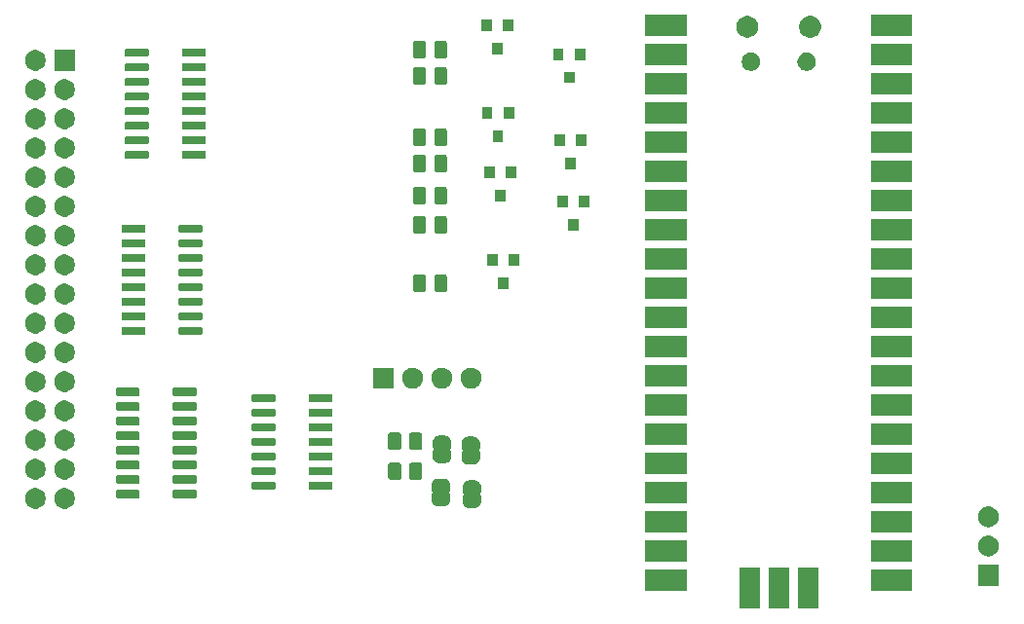
<source format=gbr>
G04 #@! TF.GenerationSoftware,KiCad,Pcbnew,5.1.5+dfsg1-2build2*
G04 #@! TF.CreationDate,2022-03-18T16:26:14+00:00*
G04 #@! TF.ProjectId,pico41,7069636f-3431-42e6-9b69-6361645f7063,rev?*
G04 #@! TF.SameCoordinates,Original*
G04 #@! TF.FileFunction,Soldermask,Top*
G04 #@! TF.FilePolarity,Negative*
%FSLAX46Y46*%
G04 Gerber Fmt 4.6, Leading zero omitted, Abs format (unit mm)*
G04 Created by KiCad (PCBNEW 5.1.5+dfsg1-2build2) date 2022-03-18 16:26:14*
%MOMM*%
%LPD*%
G04 APERTURE LIST*
%ADD10C,0.100000*%
G04 APERTURE END LIST*
D10*
G36*
X63961000Y-34901000D02*
G01*
X62159000Y-34901000D01*
X62159000Y-31299000D01*
X63961000Y-31299000D01*
X63961000Y-34901000D01*
G37*
G36*
X66501000Y-34901000D02*
G01*
X64699000Y-34901000D01*
X64699000Y-31299000D01*
X66501000Y-31299000D01*
X66501000Y-34901000D01*
G37*
G36*
X69041000Y-34901000D02*
G01*
X67239000Y-34901000D01*
X67239000Y-31299000D01*
X69041000Y-31299000D01*
X69041000Y-34901000D01*
G37*
G36*
X57611000Y-33331000D02*
G01*
X54009000Y-33331000D01*
X54009000Y-31529000D01*
X57611000Y-31529000D01*
X57611000Y-33331000D01*
G37*
G36*
X77191000Y-33331000D02*
G01*
X73589000Y-33331000D01*
X73589000Y-31529000D01*
X77191000Y-31529000D01*
X77191000Y-33331000D01*
G37*
G36*
X84721000Y-32905000D02*
G01*
X82919000Y-32905000D01*
X82919000Y-31103000D01*
X84721000Y-31103000D01*
X84721000Y-32905000D01*
G37*
G36*
X57611000Y-30791000D02*
G01*
X54009000Y-30791000D01*
X54009000Y-28989000D01*
X57611000Y-28989000D01*
X57611000Y-30791000D01*
G37*
G36*
X77191000Y-30791000D02*
G01*
X73589000Y-30791000D01*
X73589000Y-28989000D01*
X77191000Y-28989000D01*
X77191000Y-30791000D01*
G37*
G36*
X83933512Y-28567927D02*
G01*
X84082812Y-28597624D01*
X84246784Y-28665544D01*
X84394354Y-28764147D01*
X84519853Y-28889646D01*
X84618456Y-29037216D01*
X84686376Y-29201188D01*
X84721000Y-29375259D01*
X84721000Y-29552741D01*
X84686376Y-29726812D01*
X84618456Y-29890784D01*
X84519853Y-30038354D01*
X84394354Y-30163853D01*
X84246784Y-30262456D01*
X84082812Y-30330376D01*
X83933512Y-30360073D01*
X83908742Y-30365000D01*
X83731258Y-30365000D01*
X83706488Y-30360073D01*
X83557188Y-30330376D01*
X83393216Y-30262456D01*
X83245646Y-30163853D01*
X83120147Y-30038354D01*
X83021544Y-29890784D01*
X82953624Y-29726812D01*
X82919000Y-29552741D01*
X82919000Y-29375259D01*
X82953624Y-29201188D01*
X83021544Y-29037216D01*
X83120147Y-28889646D01*
X83245646Y-28764147D01*
X83393216Y-28665544D01*
X83557188Y-28597624D01*
X83706488Y-28567927D01*
X83731258Y-28563000D01*
X83908742Y-28563000D01*
X83933512Y-28567927D01*
G37*
G36*
X77191000Y-28251000D02*
G01*
X73589000Y-28251000D01*
X73589000Y-26449000D01*
X77191000Y-26449000D01*
X77191000Y-28251000D01*
G37*
G36*
X57611000Y-28251000D02*
G01*
X54009000Y-28251000D01*
X54009000Y-26449000D01*
X57611000Y-26449000D01*
X57611000Y-28251000D01*
G37*
G36*
X83929429Y-26027115D02*
G01*
X84082812Y-26057624D01*
X84246784Y-26125544D01*
X84394354Y-26224147D01*
X84519853Y-26349646D01*
X84618456Y-26497216D01*
X84686376Y-26661188D01*
X84721000Y-26835259D01*
X84721000Y-27012741D01*
X84686376Y-27186812D01*
X84618456Y-27350784D01*
X84519853Y-27498354D01*
X84394354Y-27623853D01*
X84246784Y-27722456D01*
X84082812Y-27790376D01*
X83933512Y-27820073D01*
X83908742Y-27825000D01*
X83731258Y-27825000D01*
X83706488Y-27820073D01*
X83557188Y-27790376D01*
X83393216Y-27722456D01*
X83245646Y-27623853D01*
X83120147Y-27498354D01*
X83021544Y-27350784D01*
X82953624Y-27186812D01*
X82919000Y-27012741D01*
X82919000Y-26835259D01*
X82953624Y-26661188D01*
X83021544Y-26497216D01*
X83120147Y-26349646D01*
X83245646Y-26224147D01*
X83393216Y-26125544D01*
X83557188Y-26057624D01*
X83710571Y-26027115D01*
X83731258Y-26023000D01*
X83908742Y-26023000D01*
X83929429Y-26027115D01*
G37*
G36*
X3653512Y-24423927D02*
G01*
X3802812Y-24453624D01*
X3966784Y-24521544D01*
X4114354Y-24620147D01*
X4239853Y-24745646D01*
X4338456Y-24893216D01*
X4406376Y-25057188D01*
X4441000Y-25231259D01*
X4441000Y-25408741D01*
X4406376Y-25582812D01*
X4338456Y-25746784D01*
X4239853Y-25894354D01*
X4114354Y-26019853D01*
X3966784Y-26118456D01*
X3802812Y-26186376D01*
X3653512Y-26216073D01*
X3628742Y-26221000D01*
X3451258Y-26221000D01*
X3426488Y-26216073D01*
X3277188Y-26186376D01*
X3113216Y-26118456D01*
X2965646Y-26019853D01*
X2840147Y-25894354D01*
X2741544Y-25746784D01*
X2673624Y-25582812D01*
X2639000Y-25408741D01*
X2639000Y-25231259D01*
X2673624Y-25057188D01*
X2741544Y-24893216D01*
X2840147Y-24745646D01*
X2965646Y-24620147D01*
X3113216Y-24521544D01*
X3277188Y-24453624D01*
X3426488Y-24423927D01*
X3451258Y-24419000D01*
X3628742Y-24419000D01*
X3653512Y-24423927D01*
G37*
G36*
X1113512Y-24423927D02*
G01*
X1262812Y-24453624D01*
X1426784Y-24521544D01*
X1574354Y-24620147D01*
X1699853Y-24745646D01*
X1798456Y-24893216D01*
X1866376Y-25057188D01*
X1901000Y-25231259D01*
X1901000Y-25408741D01*
X1866376Y-25582812D01*
X1798456Y-25746784D01*
X1699853Y-25894354D01*
X1574354Y-26019853D01*
X1426784Y-26118456D01*
X1262812Y-26186376D01*
X1113512Y-26216073D01*
X1088742Y-26221000D01*
X911258Y-26221000D01*
X886488Y-26216073D01*
X737188Y-26186376D01*
X573216Y-26118456D01*
X425646Y-26019853D01*
X300147Y-25894354D01*
X201544Y-25746784D01*
X133624Y-25582812D01*
X99000Y-25408741D01*
X99000Y-25231259D01*
X133624Y-25057188D01*
X201544Y-24893216D01*
X300147Y-24745646D01*
X425646Y-24620147D01*
X573216Y-24521544D01*
X737188Y-24453624D01*
X886488Y-24423927D01*
X911258Y-24419000D01*
X1088742Y-24419000D01*
X1113512Y-24423927D01*
G37*
G36*
X39200199Y-23747954D02*
G01*
X39212450Y-23748556D01*
X39230869Y-23748556D01*
X39253149Y-23750750D01*
X39337233Y-23767476D01*
X39358660Y-23773976D01*
X39437858Y-23806780D01*
X39443303Y-23809691D01*
X39443309Y-23809693D01*
X39452169Y-23814429D01*
X39452173Y-23814432D01*
X39457614Y-23817340D01*
X39528899Y-23864971D01*
X39546204Y-23879172D01*
X39606828Y-23939796D01*
X39621029Y-23957101D01*
X39668660Y-24028386D01*
X39671568Y-24033827D01*
X39671571Y-24033831D01*
X39676307Y-24042691D01*
X39676309Y-24042697D01*
X39679220Y-24048142D01*
X39712024Y-24127340D01*
X39718524Y-24148767D01*
X39735250Y-24232851D01*
X39737444Y-24255131D01*
X39737444Y-24273550D01*
X39738046Y-24285801D01*
X39739852Y-24304139D01*
X39739852Y-24791860D01*
X39738263Y-24807999D01*
X39735348Y-24817608D01*
X39730610Y-24826472D01*
X39724237Y-24834237D01*
X39711794Y-24844448D01*
X39701425Y-24851378D01*
X39684098Y-24868705D01*
X39670485Y-24889080D01*
X39661109Y-24911720D01*
X39656329Y-24935753D01*
X39656330Y-24960257D01*
X39661112Y-24984290D01*
X39670490Y-25006929D01*
X39684105Y-25027302D01*
X39701432Y-25044629D01*
X39711802Y-25051558D01*
X39724237Y-25061763D01*
X39730610Y-25069528D01*
X39735348Y-25078392D01*
X39738263Y-25088001D01*
X39739852Y-25104140D01*
X39739852Y-25591862D01*
X39738046Y-25610199D01*
X39737444Y-25622450D01*
X39737444Y-25640869D01*
X39735250Y-25663149D01*
X39718524Y-25747233D01*
X39712024Y-25768660D01*
X39679220Y-25847858D01*
X39676309Y-25853303D01*
X39676307Y-25853309D01*
X39671571Y-25862169D01*
X39671568Y-25862173D01*
X39668660Y-25867614D01*
X39621029Y-25938899D01*
X39606828Y-25956204D01*
X39546204Y-26016828D01*
X39528899Y-26031029D01*
X39457614Y-26078660D01*
X39452173Y-26081568D01*
X39452169Y-26081571D01*
X39443309Y-26086307D01*
X39443303Y-26086309D01*
X39437858Y-26089220D01*
X39358660Y-26122024D01*
X39337233Y-26128524D01*
X39253149Y-26145250D01*
X39230869Y-26147444D01*
X39212450Y-26147444D01*
X39200199Y-26148046D01*
X39181862Y-26149852D01*
X38694138Y-26149852D01*
X38675801Y-26148046D01*
X38663550Y-26147444D01*
X38645131Y-26147444D01*
X38622851Y-26145250D01*
X38538767Y-26128524D01*
X38517340Y-26122024D01*
X38438142Y-26089220D01*
X38432697Y-26086309D01*
X38432691Y-26086307D01*
X38423831Y-26081571D01*
X38423827Y-26081568D01*
X38418386Y-26078660D01*
X38347101Y-26031029D01*
X38329796Y-26016828D01*
X38269172Y-25956204D01*
X38254971Y-25938899D01*
X38207340Y-25867614D01*
X38204432Y-25862173D01*
X38204429Y-25862169D01*
X38199693Y-25853309D01*
X38199691Y-25853303D01*
X38196780Y-25847858D01*
X38163976Y-25768660D01*
X38157476Y-25747233D01*
X38140750Y-25663149D01*
X38138556Y-25640869D01*
X38138556Y-25622450D01*
X38137954Y-25610199D01*
X38136148Y-25591862D01*
X38136148Y-25104140D01*
X38137737Y-25088001D01*
X38140652Y-25078392D01*
X38145390Y-25069528D01*
X38151763Y-25061763D01*
X38164206Y-25051552D01*
X38174575Y-25044622D01*
X38191902Y-25027295D01*
X38205515Y-25006920D01*
X38214891Y-24984280D01*
X38219671Y-24960247D01*
X38219670Y-24935743D01*
X38214888Y-24911710D01*
X38205510Y-24889071D01*
X38191895Y-24868698D01*
X38174568Y-24851371D01*
X38164198Y-24844442D01*
X38151763Y-24834237D01*
X38145390Y-24826472D01*
X38140652Y-24817608D01*
X38137737Y-24807999D01*
X38136148Y-24791860D01*
X38136148Y-24304139D01*
X38137954Y-24285801D01*
X38138556Y-24273550D01*
X38138556Y-24255131D01*
X38140750Y-24232851D01*
X38157476Y-24148767D01*
X38163976Y-24127340D01*
X38196780Y-24048142D01*
X38199691Y-24042697D01*
X38199693Y-24042691D01*
X38204429Y-24033831D01*
X38204432Y-24033827D01*
X38207340Y-24028386D01*
X38254971Y-23957101D01*
X38269172Y-23939796D01*
X38329796Y-23879172D01*
X38347101Y-23864971D01*
X38418386Y-23817340D01*
X38423827Y-23814432D01*
X38423831Y-23814429D01*
X38432691Y-23809693D01*
X38432697Y-23809691D01*
X38438142Y-23806780D01*
X38517340Y-23773976D01*
X38538767Y-23767476D01*
X38622851Y-23750750D01*
X38645131Y-23748556D01*
X38663550Y-23748556D01*
X38675801Y-23747954D01*
X38694139Y-23746148D01*
X39181861Y-23746148D01*
X39200199Y-23747954D01*
G37*
G36*
X36500199Y-23597954D02*
G01*
X36512450Y-23598556D01*
X36530869Y-23598556D01*
X36553149Y-23600750D01*
X36637233Y-23617476D01*
X36658660Y-23623976D01*
X36737858Y-23656780D01*
X36743303Y-23659691D01*
X36743309Y-23659693D01*
X36752169Y-23664429D01*
X36752173Y-23664432D01*
X36757614Y-23667340D01*
X36828899Y-23714971D01*
X36846204Y-23729172D01*
X36906828Y-23789796D01*
X36921029Y-23807101D01*
X36968660Y-23878386D01*
X36971568Y-23883827D01*
X36971571Y-23883831D01*
X36976307Y-23892691D01*
X36976309Y-23892697D01*
X36979220Y-23898142D01*
X37012024Y-23977340D01*
X37018524Y-23998767D01*
X37035250Y-24082851D01*
X37037444Y-24105131D01*
X37037444Y-24123550D01*
X37038046Y-24135801D01*
X37039852Y-24154139D01*
X37039852Y-24641860D01*
X37038263Y-24657999D01*
X37035348Y-24667608D01*
X37030610Y-24676472D01*
X37024237Y-24684237D01*
X37011794Y-24694448D01*
X37001425Y-24701378D01*
X36984098Y-24718705D01*
X36970485Y-24739080D01*
X36961109Y-24761720D01*
X36956329Y-24785753D01*
X36956330Y-24810257D01*
X36961112Y-24834290D01*
X36970490Y-24856929D01*
X36984105Y-24877302D01*
X37001432Y-24894629D01*
X37011802Y-24901558D01*
X37024237Y-24911763D01*
X37030610Y-24919528D01*
X37035348Y-24928392D01*
X37038263Y-24938001D01*
X37039852Y-24954140D01*
X37039852Y-25441862D01*
X37038046Y-25460199D01*
X37037444Y-25472450D01*
X37037444Y-25490869D01*
X37035250Y-25513149D01*
X37018524Y-25597233D01*
X37012024Y-25618660D01*
X36979220Y-25697858D01*
X36976309Y-25703303D01*
X36976307Y-25703309D01*
X36971571Y-25712169D01*
X36971568Y-25712173D01*
X36968660Y-25717614D01*
X36921029Y-25788899D01*
X36906828Y-25806204D01*
X36846204Y-25866828D01*
X36828899Y-25881029D01*
X36757614Y-25928660D01*
X36752173Y-25931568D01*
X36752169Y-25931571D01*
X36743309Y-25936307D01*
X36743303Y-25936309D01*
X36737858Y-25939220D01*
X36658660Y-25972024D01*
X36637233Y-25978524D01*
X36553149Y-25995250D01*
X36530869Y-25997444D01*
X36512450Y-25997444D01*
X36500199Y-25998046D01*
X36481862Y-25999852D01*
X35994138Y-25999852D01*
X35975801Y-25998046D01*
X35963550Y-25997444D01*
X35945131Y-25997444D01*
X35922851Y-25995250D01*
X35838767Y-25978524D01*
X35817340Y-25972024D01*
X35738142Y-25939220D01*
X35732697Y-25936309D01*
X35732691Y-25936307D01*
X35723831Y-25931571D01*
X35723827Y-25931568D01*
X35718386Y-25928660D01*
X35647101Y-25881029D01*
X35629796Y-25866828D01*
X35569172Y-25806204D01*
X35554971Y-25788899D01*
X35507340Y-25717614D01*
X35504432Y-25712173D01*
X35504429Y-25712169D01*
X35499693Y-25703309D01*
X35499691Y-25703303D01*
X35496780Y-25697858D01*
X35463976Y-25618660D01*
X35457476Y-25597233D01*
X35440750Y-25513149D01*
X35438556Y-25490869D01*
X35438556Y-25472450D01*
X35437954Y-25460199D01*
X35436148Y-25441862D01*
X35436148Y-24954140D01*
X35437737Y-24938001D01*
X35440652Y-24928392D01*
X35445390Y-24919528D01*
X35451763Y-24911763D01*
X35464206Y-24901552D01*
X35474575Y-24894622D01*
X35491902Y-24877295D01*
X35505515Y-24856920D01*
X35514891Y-24834280D01*
X35519671Y-24810247D01*
X35519670Y-24785743D01*
X35514888Y-24761710D01*
X35505510Y-24739071D01*
X35491895Y-24718698D01*
X35474568Y-24701371D01*
X35464198Y-24694442D01*
X35451763Y-24684237D01*
X35445390Y-24676472D01*
X35440652Y-24667608D01*
X35437737Y-24657999D01*
X35436148Y-24641860D01*
X35436148Y-24154139D01*
X35437954Y-24135801D01*
X35438556Y-24123550D01*
X35438556Y-24105131D01*
X35440750Y-24082851D01*
X35457476Y-23998767D01*
X35463976Y-23977340D01*
X35496780Y-23898142D01*
X35499691Y-23892697D01*
X35499693Y-23892691D01*
X35504429Y-23883831D01*
X35504432Y-23883827D01*
X35507340Y-23878386D01*
X35554971Y-23807101D01*
X35569172Y-23789796D01*
X35629796Y-23729172D01*
X35647101Y-23714971D01*
X35718386Y-23667340D01*
X35723827Y-23664432D01*
X35723831Y-23664429D01*
X35732691Y-23659693D01*
X35732697Y-23659691D01*
X35738142Y-23656780D01*
X35817340Y-23623976D01*
X35838767Y-23617476D01*
X35922851Y-23600750D01*
X35945131Y-23598556D01*
X35963550Y-23598556D01*
X35975801Y-23597954D01*
X35994139Y-23596148D01*
X36481861Y-23596148D01*
X36500199Y-23597954D01*
G37*
G36*
X77191000Y-25711000D02*
G01*
X73589000Y-25711000D01*
X73589000Y-23909000D01*
X77191000Y-23909000D01*
X77191000Y-25711000D01*
G37*
G36*
X57611000Y-25711000D02*
G01*
X54009000Y-25711000D01*
X54009000Y-23909000D01*
X57611000Y-23909000D01*
X57611000Y-25711000D01*
G37*
G36*
X14909928Y-24596764D02*
G01*
X14931009Y-24603160D01*
X14950445Y-24613548D01*
X14967476Y-24627524D01*
X14981452Y-24644555D01*
X14991840Y-24663991D01*
X14998236Y-24685072D01*
X15001000Y-24713140D01*
X15001000Y-25176860D01*
X14998236Y-25204928D01*
X14991840Y-25226009D01*
X14981452Y-25245445D01*
X14967476Y-25262476D01*
X14950445Y-25276452D01*
X14931009Y-25286840D01*
X14909928Y-25293236D01*
X14881860Y-25296000D01*
X13068140Y-25296000D01*
X13040072Y-25293236D01*
X13018991Y-25286840D01*
X12999555Y-25276452D01*
X12982524Y-25262476D01*
X12968548Y-25245445D01*
X12958160Y-25226009D01*
X12951764Y-25204928D01*
X12949000Y-25176860D01*
X12949000Y-24713140D01*
X12951764Y-24685072D01*
X12958160Y-24663991D01*
X12968548Y-24644555D01*
X12982524Y-24627524D01*
X12999555Y-24613548D01*
X13018991Y-24603160D01*
X13040072Y-24596764D01*
X13068140Y-24594000D01*
X14881860Y-24594000D01*
X14909928Y-24596764D01*
G37*
G36*
X9959928Y-24596764D02*
G01*
X9981009Y-24603160D01*
X10000445Y-24613548D01*
X10017476Y-24627524D01*
X10031452Y-24644555D01*
X10041840Y-24663991D01*
X10048236Y-24685072D01*
X10051000Y-24713140D01*
X10051000Y-25176860D01*
X10048236Y-25204928D01*
X10041840Y-25226009D01*
X10031452Y-25245445D01*
X10017476Y-25262476D01*
X10000445Y-25276452D01*
X9981009Y-25286840D01*
X9959928Y-25293236D01*
X9931860Y-25296000D01*
X8118140Y-25296000D01*
X8090072Y-25293236D01*
X8068991Y-25286840D01*
X8049555Y-25276452D01*
X8032524Y-25262476D01*
X8018548Y-25245445D01*
X8008160Y-25226009D01*
X8001764Y-25204928D01*
X7999000Y-25176860D01*
X7999000Y-24713140D01*
X8001764Y-24685072D01*
X8008160Y-24663991D01*
X8018548Y-24644555D01*
X8032524Y-24627524D01*
X8049555Y-24613548D01*
X8068991Y-24603160D01*
X8090072Y-24596764D01*
X8118140Y-24594000D01*
X9931860Y-24594000D01*
X9959928Y-24596764D01*
G37*
G36*
X26709928Y-23861764D02*
G01*
X26731009Y-23868160D01*
X26750445Y-23878548D01*
X26767476Y-23892524D01*
X26781452Y-23909555D01*
X26791840Y-23928991D01*
X26798236Y-23950072D01*
X26801000Y-23978140D01*
X26801000Y-24441860D01*
X26798236Y-24469928D01*
X26791840Y-24491009D01*
X26781452Y-24510445D01*
X26767476Y-24527476D01*
X26750445Y-24541452D01*
X26731009Y-24551840D01*
X26709928Y-24558236D01*
X26681860Y-24561000D01*
X24868140Y-24561000D01*
X24840072Y-24558236D01*
X24818991Y-24551840D01*
X24799555Y-24541452D01*
X24782524Y-24527476D01*
X24768548Y-24510445D01*
X24758160Y-24491009D01*
X24751764Y-24469928D01*
X24749000Y-24441860D01*
X24749000Y-23978140D01*
X24751764Y-23950072D01*
X24758160Y-23928991D01*
X24768548Y-23909555D01*
X24782524Y-23892524D01*
X24799555Y-23878548D01*
X24818991Y-23868160D01*
X24840072Y-23861764D01*
X24868140Y-23859000D01*
X26681860Y-23859000D01*
X26709928Y-23861764D01*
G37*
G36*
X21759928Y-23861764D02*
G01*
X21781009Y-23868160D01*
X21800445Y-23878548D01*
X21817476Y-23892524D01*
X21831452Y-23909555D01*
X21841840Y-23928991D01*
X21848236Y-23950072D01*
X21851000Y-23978140D01*
X21851000Y-24441860D01*
X21848236Y-24469928D01*
X21841840Y-24491009D01*
X21831452Y-24510445D01*
X21817476Y-24527476D01*
X21800445Y-24541452D01*
X21781009Y-24551840D01*
X21759928Y-24558236D01*
X21731860Y-24561000D01*
X19918140Y-24561000D01*
X19890072Y-24558236D01*
X19868991Y-24551840D01*
X19849555Y-24541452D01*
X19832524Y-24527476D01*
X19818548Y-24510445D01*
X19808160Y-24491009D01*
X19801764Y-24469928D01*
X19799000Y-24441860D01*
X19799000Y-23978140D01*
X19801764Y-23950072D01*
X19808160Y-23928991D01*
X19818548Y-23909555D01*
X19832524Y-23892524D01*
X19849555Y-23878548D01*
X19868991Y-23868160D01*
X19890072Y-23861764D01*
X19918140Y-23859000D01*
X21731860Y-23859000D01*
X21759928Y-23861764D01*
G37*
G36*
X14909928Y-23326764D02*
G01*
X14931009Y-23333160D01*
X14950445Y-23343548D01*
X14967476Y-23357524D01*
X14981452Y-23374555D01*
X14991840Y-23393991D01*
X14998236Y-23415072D01*
X15001000Y-23443140D01*
X15001000Y-23906860D01*
X14998236Y-23934928D01*
X14991840Y-23956009D01*
X14981452Y-23975445D01*
X14967476Y-23992476D01*
X14950445Y-24006452D01*
X14931009Y-24016840D01*
X14909928Y-24023236D01*
X14881860Y-24026000D01*
X13068140Y-24026000D01*
X13040072Y-24023236D01*
X13018991Y-24016840D01*
X12999555Y-24006452D01*
X12982524Y-23992476D01*
X12968548Y-23975445D01*
X12958160Y-23956009D01*
X12951764Y-23934928D01*
X12949000Y-23906860D01*
X12949000Y-23443140D01*
X12951764Y-23415072D01*
X12958160Y-23393991D01*
X12968548Y-23374555D01*
X12982524Y-23357524D01*
X12999555Y-23343548D01*
X13018991Y-23333160D01*
X13040072Y-23326764D01*
X13068140Y-23324000D01*
X14881860Y-23324000D01*
X14909928Y-23326764D01*
G37*
G36*
X9959928Y-23326764D02*
G01*
X9981009Y-23333160D01*
X10000445Y-23343548D01*
X10017476Y-23357524D01*
X10031452Y-23374555D01*
X10041840Y-23393991D01*
X10048236Y-23415072D01*
X10051000Y-23443140D01*
X10051000Y-23906860D01*
X10048236Y-23934928D01*
X10041840Y-23956009D01*
X10031452Y-23975445D01*
X10017476Y-23992476D01*
X10000445Y-24006452D01*
X9981009Y-24016840D01*
X9959928Y-24023236D01*
X9931860Y-24026000D01*
X8118140Y-24026000D01*
X8090072Y-24023236D01*
X8068991Y-24016840D01*
X8049555Y-24006452D01*
X8032524Y-23992476D01*
X8018548Y-23975445D01*
X8008160Y-23956009D01*
X8001764Y-23934928D01*
X7999000Y-23906860D01*
X7999000Y-23443140D01*
X8001764Y-23415072D01*
X8008160Y-23393991D01*
X8018548Y-23374555D01*
X8032524Y-23357524D01*
X8049555Y-23343548D01*
X8068991Y-23333160D01*
X8090072Y-23326764D01*
X8118140Y-23324000D01*
X9931860Y-23324000D01*
X9959928Y-23326764D01*
G37*
G36*
X32619162Y-22201644D02*
G01*
X32658608Y-22213610D01*
X32694953Y-22233037D01*
X32726815Y-22259185D01*
X32752963Y-22291047D01*
X32772390Y-22327392D01*
X32784356Y-22366838D01*
X32789000Y-22413993D01*
X32789000Y-23482007D01*
X32784356Y-23529162D01*
X32772390Y-23568608D01*
X32752963Y-23604953D01*
X32726815Y-23636815D01*
X32694953Y-23662963D01*
X32658608Y-23682390D01*
X32619162Y-23694356D01*
X32572007Y-23699000D01*
X31878993Y-23699000D01*
X31831838Y-23694356D01*
X31792392Y-23682390D01*
X31756047Y-23662963D01*
X31724185Y-23636815D01*
X31698037Y-23604953D01*
X31678610Y-23568608D01*
X31666644Y-23529162D01*
X31662000Y-23482007D01*
X31662000Y-22413993D01*
X31666644Y-22366838D01*
X31678610Y-22327392D01*
X31698037Y-22291047D01*
X31724185Y-22259185D01*
X31756047Y-22233037D01*
X31792392Y-22213610D01*
X31831838Y-22201644D01*
X31878993Y-22197000D01*
X32572007Y-22197000D01*
X32619162Y-22201644D01*
G37*
G36*
X34444162Y-22201644D02*
G01*
X34483608Y-22213610D01*
X34519953Y-22233037D01*
X34551815Y-22259185D01*
X34577963Y-22291047D01*
X34597390Y-22327392D01*
X34609356Y-22366838D01*
X34614000Y-22413993D01*
X34614000Y-23482007D01*
X34609356Y-23529162D01*
X34597390Y-23568608D01*
X34577963Y-23604953D01*
X34551815Y-23636815D01*
X34519953Y-23662963D01*
X34483608Y-23682390D01*
X34444162Y-23694356D01*
X34397007Y-23699000D01*
X33703993Y-23699000D01*
X33656838Y-23694356D01*
X33617392Y-23682390D01*
X33581047Y-23662963D01*
X33549185Y-23636815D01*
X33523037Y-23604953D01*
X33503610Y-23568608D01*
X33491644Y-23529162D01*
X33487000Y-23482007D01*
X33487000Y-22413993D01*
X33491644Y-22366838D01*
X33503610Y-22327392D01*
X33523037Y-22291047D01*
X33549185Y-22259185D01*
X33581047Y-22233037D01*
X33617392Y-22213610D01*
X33656838Y-22201644D01*
X33703993Y-22197000D01*
X34397007Y-22197000D01*
X34444162Y-22201644D01*
G37*
G36*
X1113512Y-21883927D02*
G01*
X1262812Y-21913624D01*
X1426784Y-21981544D01*
X1574354Y-22080147D01*
X1699853Y-22205646D01*
X1798456Y-22353216D01*
X1866376Y-22517188D01*
X1901000Y-22691259D01*
X1901000Y-22868741D01*
X1866376Y-23042812D01*
X1798456Y-23206784D01*
X1699853Y-23354354D01*
X1574354Y-23479853D01*
X1426784Y-23578456D01*
X1262812Y-23646376D01*
X1113512Y-23676073D01*
X1088742Y-23681000D01*
X911258Y-23681000D01*
X886488Y-23676073D01*
X737188Y-23646376D01*
X573216Y-23578456D01*
X425646Y-23479853D01*
X300147Y-23354354D01*
X201544Y-23206784D01*
X133624Y-23042812D01*
X99000Y-22868741D01*
X99000Y-22691259D01*
X133624Y-22517188D01*
X201544Y-22353216D01*
X300147Y-22205646D01*
X425646Y-22080147D01*
X573216Y-21981544D01*
X737188Y-21913624D01*
X886488Y-21883927D01*
X911258Y-21879000D01*
X1088742Y-21879000D01*
X1113512Y-21883927D01*
G37*
G36*
X3653512Y-21883927D02*
G01*
X3802812Y-21913624D01*
X3966784Y-21981544D01*
X4114354Y-22080147D01*
X4239853Y-22205646D01*
X4338456Y-22353216D01*
X4406376Y-22517188D01*
X4441000Y-22691259D01*
X4441000Y-22868741D01*
X4406376Y-23042812D01*
X4338456Y-23206784D01*
X4239853Y-23354354D01*
X4114354Y-23479853D01*
X3966784Y-23578456D01*
X3802812Y-23646376D01*
X3653512Y-23676073D01*
X3628742Y-23681000D01*
X3451258Y-23681000D01*
X3426488Y-23676073D01*
X3277188Y-23646376D01*
X3113216Y-23578456D01*
X2965646Y-23479853D01*
X2840147Y-23354354D01*
X2741544Y-23206784D01*
X2673624Y-23042812D01*
X2639000Y-22868741D01*
X2639000Y-22691259D01*
X2673624Y-22517188D01*
X2741544Y-22353216D01*
X2840147Y-22205646D01*
X2965646Y-22080147D01*
X3113216Y-21981544D01*
X3277188Y-21913624D01*
X3426488Y-21883927D01*
X3451258Y-21879000D01*
X3628742Y-21879000D01*
X3653512Y-21883927D01*
G37*
G36*
X21759928Y-22591764D02*
G01*
X21781009Y-22598160D01*
X21800445Y-22608548D01*
X21817476Y-22622524D01*
X21831452Y-22639555D01*
X21841840Y-22658991D01*
X21848236Y-22680072D01*
X21851000Y-22708140D01*
X21851000Y-23171860D01*
X21848236Y-23199928D01*
X21841840Y-23221009D01*
X21831452Y-23240445D01*
X21817476Y-23257476D01*
X21800445Y-23271452D01*
X21781009Y-23281840D01*
X21759928Y-23288236D01*
X21731860Y-23291000D01*
X19918140Y-23291000D01*
X19890072Y-23288236D01*
X19868991Y-23281840D01*
X19849555Y-23271452D01*
X19832524Y-23257476D01*
X19818548Y-23240445D01*
X19808160Y-23221009D01*
X19801764Y-23199928D01*
X19799000Y-23171860D01*
X19799000Y-22708140D01*
X19801764Y-22680072D01*
X19808160Y-22658991D01*
X19818548Y-22639555D01*
X19832524Y-22622524D01*
X19849555Y-22608548D01*
X19868991Y-22598160D01*
X19890072Y-22591764D01*
X19918140Y-22589000D01*
X21731860Y-22589000D01*
X21759928Y-22591764D01*
G37*
G36*
X26709928Y-22591764D02*
G01*
X26731009Y-22598160D01*
X26750445Y-22608548D01*
X26767476Y-22622524D01*
X26781452Y-22639555D01*
X26791840Y-22658991D01*
X26798236Y-22680072D01*
X26801000Y-22708140D01*
X26801000Y-23171860D01*
X26798236Y-23199928D01*
X26791840Y-23221009D01*
X26781452Y-23240445D01*
X26767476Y-23257476D01*
X26750445Y-23271452D01*
X26731009Y-23281840D01*
X26709928Y-23288236D01*
X26681860Y-23291000D01*
X24868140Y-23291000D01*
X24840072Y-23288236D01*
X24818991Y-23281840D01*
X24799555Y-23271452D01*
X24782524Y-23257476D01*
X24768548Y-23240445D01*
X24758160Y-23221009D01*
X24751764Y-23199928D01*
X24749000Y-23171860D01*
X24749000Y-22708140D01*
X24751764Y-22680072D01*
X24758160Y-22658991D01*
X24768548Y-22639555D01*
X24782524Y-22622524D01*
X24799555Y-22608548D01*
X24818991Y-22598160D01*
X24840072Y-22591764D01*
X24868140Y-22589000D01*
X26681860Y-22589000D01*
X26709928Y-22591764D01*
G37*
G36*
X57611000Y-23171000D02*
G01*
X54009000Y-23171000D01*
X54009000Y-21369000D01*
X57611000Y-21369000D01*
X57611000Y-23171000D01*
G37*
G36*
X77191000Y-23171000D02*
G01*
X73589000Y-23171000D01*
X73589000Y-21369000D01*
X77191000Y-21369000D01*
X77191000Y-23171000D01*
G37*
G36*
X14909928Y-22056764D02*
G01*
X14931009Y-22063160D01*
X14950445Y-22073548D01*
X14967476Y-22087524D01*
X14981452Y-22104555D01*
X14991840Y-22123991D01*
X14998236Y-22145072D01*
X15001000Y-22173140D01*
X15001000Y-22636860D01*
X14998236Y-22664928D01*
X14991840Y-22686009D01*
X14981452Y-22705445D01*
X14967476Y-22722476D01*
X14950445Y-22736452D01*
X14931009Y-22746840D01*
X14909928Y-22753236D01*
X14881860Y-22756000D01*
X13068140Y-22756000D01*
X13040072Y-22753236D01*
X13018991Y-22746840D01*
X12999555Y-22736452D01*
X12982524Y-22722476D01*
X12968548Y-22705445D01*
X12958160Y-22686009D01*
X12951764Y-22664928D01*
X12949000Y-22636860D01*
X12949000Y-22173140D01*
X12951764Y-22145072D01*
X12958160Y-22123991D01*
X12968548Y-22104555D01*
X12982524Y-22087524D01*
X12999555Y-22073548D01*
X13018991Y-22063160D01*
X13040072Y-22056764D01*
X13068140Y-22054000D01*
X14881860Y-22054000D01*
X14909928Y-22056764D01*
G37*
G36*
X9959928Y-22056764D02*
G01*
X9981009Y-22063160D01*
X10000445Y-22073548D01*
X10017476Y-22087524D01*
X10031452Y-22104555D01*
X10041840Y-22123991D01*
X10048236Y-22145072D01*
X10051000Y-22173140D01*
X10051000Y-22636860D01*
X10048236Y-22664928D01*
X10041840Y-22686009D01*
X10031452Y-22705445D01*
X10017476Y-22722476D01*
X10000445Y-22736452D01*
X9981009Y-22746840D01*
X9959928Y-22753236D01*
X9931860Y-22756000D01*
X8118140Y-22756000D01*
X8090072Y-22753236D01*
X8068991Y-22746840D01*
X8049555Y-22736452D01*
X8032524Y-22722476D01*
X8018548Y-22705445D01*
X8008160Y-22686009D01*
X8001764Y-22664928D01*
X7999000Y-22636860D01*
X7999000Y-22173140D01*
X8001764Y-22145072D01*
X8008160Y-22123991D01*
X8018548Y-22104555D01*
X8032524Y-22087524D01*
X8049555Y-22073548D01*
X8068991Y-22063160D01*
X8090072Y-22056764D01*
X8118140Y-22054000D01*
X9931860Y-22054000D01*
X9959928Y-22056764D01*
G37*
G36*
X39100199Y-19947954D02*
G01*
X39112450Y-19948556D01*
X39130869Y-19948556D01*
X39153149Y-19950750D01*
X39237233Y-19967476D01*
X39258660Y-19973976D01*
X39337858Y-20006780D01*
X39343303Y-20009691D01*
X39343309Y-20009693D01*
X39352169Y-20014429D01*
X39352173Y-20014432D01*
X39357614Y-20017340D01*
X39428899Y-20064971D01*
X39446204Y-20079172D01*
X39506828Y-20139796D01*
X39521029Y-20157101D01*
X39568660Y-20228386D01*
X39571568Y-20233827D01*
X39571571Y-20233831D01*
X39576307Y-20242691D01*
X39576309Y-20242697D01*
X39579220Y-20248142D01*
X39612024Y-20327340D01*
X39618524Y-20348767D01*
X39635250Y-20432851D01*
X39637444Y-20455131D01*
X39637444Y-20473550D01*
X39638046Y-20485801D01*
X39639852Y-20504139D01*
X39639852Y-20991860D01*
X39638263Y-21007999D01*
X39635348Y-21017608D01*
X39630610Y-21026472D01*
X39624237Y-21034237D01*
X39621096Y-21036815D01*
X39611794Y-21044448D01*
X39601425Y-21051378D01*
X39584098Y-21068705D01*
X39570485Y-21089080D01*
X39561109Y-21111720D01*
X39556329Y-21135753D01*
X39556330Y-21160257D01*
X39561112Y-21184290D01*
X39570490Y-21206929D01*
X39584105Y-21227302D01*
X39601432Y-21244629D01*
X39611802Y-21251558D01*
X39624237Y-21261763D01*
X39630610Y-21269528D01*
X39635348Y-21278392D01*
X39638263Y-21288001D01*
X39639852Y-21304140D01*
X39639852Y-21791862D01*
X39638046Y-21810199D01*
X39637444Y-21822450D01*
X39637444Y-21840869D01*
X39635250Y-21863149D01*
X39618524Y-21947233D01*
X39612024Y-21968660D01*
X39579220Y-22047858D01*
X39576309Y-22053303D01*
X39576307Y-22053309D01*
X39571571Y-22062169D01*
X39571568Y-22062173D01*
X39568660Y-22067614D01*
X39521029Y-22138899D01*
X39506828Y-22156204D01*
X39446204Y-22216828D01*
X39428899Y-22231029D01*
X39357614Y-22278660D01*
X39352173Y-22281568D01*
X39352169Y-22281571D01*
X39343309Y-22286307D01*
X39343303Y-22286309D01*
X39337858Y-22289220D01*
X39258660Y-22322024D01*
X39237233Y-22328524D01*
X39153149Y-22345250D01*
X39130869Y-22347444D01*
X39112450Y-22347444D01*
X39100199Y-22348046D01*
X39081862Y-22349852D01*
X38594138Y-22349852D01*
X38575801Y-22348046D01*
X38563550Y-22347444D01*
X38545131Y-22347444D01*
X38522851Y-22345250D01*
X38438767Y-22328524D01*
X38417340Y-22322024D01*
X38338142Y-22289220D01*
X38332697Y-22286309D01*
X38332691Y-22286307D01*
X38323831Y-22281571D01*
X38323827Y-22281568D01*
X38318386Y-22278660D01*
X38247101Y-22231029D01*
X38229796Y-22216828D01*
X38169172Y-22156204D01*
X38154971Y-22138899D01*
X38107340Y-22067614D01*
X38104432Y-22062173D01*
X38104429Y-22062169D01*
X38099693Y-22053309D01*
X38099691Y-22053303D01*
X38096780Y-22047858D01*
X38063976Y-21968660D01*
X38057476Y-21947233D01*
X38040750Y-21863149D01*
X38038556Y-21840869D01*
X38038556Y-21822450D01*
X38037954Y-21810199D01*
X38036148Y-21791862D01*
X38036148Y-21304140D01*
X38037737Y-21288001D01*
X38040652Y-21278392D01*
X38045390Y-21269528D01*
X38051763Y-21261763D01*
X38064206Y-21251552D01*
X38074575Y-21244622D01*
X38091902Y-21227295D01*
X38105515Y-21206920D01*
X38114891Y-21184280D01*
X38119671Y-21160247D01*
X38119670Y-21135743D01*
X38114888Y-21111710D01*
X38105510Y-21089071D01*
X38091895Y-21068698D01*
X38074568Y-21051371D01*
X38064198Y-21044442D01*
X38051763Y-21034237D01*
X38045390Y-21026472D01*
X38040652Y-21017608D01*
X38037737Y-21007999D01*
X38036148Y-20991860D01*
X38036148Y-20504139D01*
X38037954Y-20485801D01*
X38038556Y-20473550D01*
X38038556Y-20455131D01*
X38040750Y-20432851D01*
X38057476Y-20348767D01*
X38063976Y-20327340D01*
X38096780Y-20248142D01*
X38099691Y-20242697D01*
X38099693Y-20242691D01*
X38104429Y-20233831D01*
X38104432Y-20233827D01*
X38107340Y-20228386D01*
X38154971Y-20157101D01*
X38169172Y-20139796D01*
X38229796Y-20079172D01*
X38247101Y-20064971D01*
X38318386Y-20017340D01*
X38323827Y-20014432D01*
X38323831Y-20014429D01*
X38332691Y-20009693D01*
X38332697Y-20009691D01*
X38338142Y-20006780D01*
X38417340Y-19973976D01*
X38438767Y-19967476D01*
X38522851Y-19950750D01*
X38545131Y-19948556D01*
X38563550Y-19948556D01*
X38575801Y-19947954D01*
X38594139Y-19946148D01*
X39081861Y-19946148D01*
X39100199Y-19947954D01*
G37*
G36*
X36600199Y-19847954D02*
G01*
X36612450Y-19848556D01*
X36630869Y-19848556D01*
X36653149Y-19850750D01*
X36737233Y-19867476D01*
X36758660Y-19873976D01*
X36837858Y-19906780D01*
X36843303Y-19909691D01*
X36843309Y-19909693D01*
X36852169Y-19914429D01*
X36852173Y-19914432D01*
X36857614Y-19917340D01*
X36928899Y-19964971D01*
X36946204Y-19979172D01*
X37006828Y-20039796D01*
X37021029Y-20057101D01*
X37068660Y-20128386D01*
X37071568Y-20133827D01*
X37071571Y-20133831D01*
X37076307Y-20142691D01*
X37076309Y-20142697D01*
X37079220Y-20148142D01*
X37112024Y-20227340D01*
X37118524Y-20248767D01*
X37135250Y-20332851D01*
X37137444Y-20355131D01*
X37137444Y-20373550D01*
X37138046Y-20385801D01*
X37139852Y-20404139D01*
X37139852Y-20891860D01*
X37138263Y-20907999D01*
X37135348Y-20917608D01*
X37130610Y-20926472D01*
X37124237Y-20934237D01*
X37111794Y-20944448D01*
X37101425Y-20951378D01*
X37084098Y-20968705D01*
X37070485Y-20989080D01*
X37061109Y-21011720D01*
X37056329Y-21035753D01*
X37056330Y-21060257D01*
X37061112Y-21084290D01*
X37070490Y-21106929D01*
X37084105Y-21127302D01*
X37101432Y-21144629D01*
X37111802Y-21151558D01*
X37124237Y-21161763D01*
X37130610Y-21169528D01*
X37135348Y-21178392D01*
X37138263Y-21188001D01*
X37139852Y-21204140D01*
X37139852Y-21691862D01*
X37138046Y-21710199D01*
X37137444Y-21722450D01*
X37137444Y-21740869D01*
X37135250Y-21763149D01*
X37118524Y-21847233D01*
X37112024Y-21868660D01*
X37079220Y-21947858D01*
X37076309Y-21953303D01*
X37076307Y-21953309D01*
X37071571Y-21962169D01*
X37071568Y-21962173D01*
X37068660Y-21967614D01*
X37021029Y-22038899D01*
X37006828Y-22056204D01*
X36946204Y-22116828D01*
X36928899Y-22131029D01*
X36857614Y-22178660D01*
X36852173Y-22181568D01*
X36852169Y-22181571D01*
X36843309Y-22186307D01*
X36843303Y-22186309D01*
X36837858Y-22189220D01*
X36758660Y-22222024D01*
X36737233Y-22228524D01*
X36653149Y-22245250D01*
X36630869Y-22247444D01*
X36612450Y-22247444D01*
X36600199Y-22248046D01*
X36581862Y-22249852D01*
X36094138Y-22249852D01*
X36075801Y-22248046D01*
X36063550Y-22247444D01*
X36045131Y-22247444D01*
X36022851Y-22245250D01*
X35938767Y-22228524D01*
X35917340Y-22222024D01*
X35838142Y-22189220D01*
X35832697Y-22186309D01*
X35832691Y-22186307D01*
X35823831Y-22181571D01*
X35823827Y-22181568D01*
X35818386Y-22178660D01*
X35747101Y-22131029D01*
X35729796Y-22116828D01*
X35669172Y-22056204D01*
X35654971Y-22038899D01*
X35607340Y-21967614D01*
X35604432Y-21962173D01*
X35604429Y-21962169D01*
X35599693Y-21953309D01*
X35599691Y-21953303D01*
X35596780Y-21947858D01*
X35563976Y-21868660D01*
X35557476Y-21847233D01*
X35540750Y-21763149D01*
X35538556Y-21740869D01*
X35538556Y-21722450D01*
X35537954Y-21710199D01*
X35536148Y-21691862D01*
X35536148Y-21204140D01*
X35537737Y-21188001D01*
X35540652Y-21178392D01*
X35545390Y-21169528D01*
X35551763Y-21161763D01*
X35564206Y-21151552D01*
X35574575Y-21144622D01*
X35591902Y-21127295D01*
X35605515Y-21106920D01*
X35614891Y-21084280D01*
X35619671Y-21060247D01*
X35619670Y-21035743D01*
X35614888Y-21011710D01*
X35605510Y-20989071D01*
X35591895Y-20968698D01*
X35574568Y-20951371D01*
X35564198Y-20944442D01*
X35551763Y-20934237D01*
X35545390Y-20926472D01*
X35540652Y-20917608D01*
X35537737Y-20907999D01*
X35536148Y-20891860D01*
X35536148Y-20404139D01*
X35537954Y-20385801D01*
X35538556Y-20373550D01*
X35538556Y-20355131D01*
X35540750Y-20332851D01*
X35557476Y-20248767D01*
X35563976Y-20227340D01*
X35596780Y-20148142D01*
X35599691Y-20142697D01*
X35599693Y-20142691D01*
X35604429Y-20133831D01*
X35604432Y-20133827D01*
X35607340Y-20128386D01*
X35654971Y-20057101D01*
X35669172Y-20039796D01*
X35729796Y-19979172D01*
X35747101Y-19964971D01*
X35818386Y-19917340D01*
X35823827Y-19914432D01*
X35823831Y-19914429D01*
X35832691Y-19909693D01*
X35832697Y-19909691D01*
X35838142Y-19906780D01*
X35917340Y-19873976D01*
X35938767Y-19867476D01*
X36022851Y-19850750D01*
X36045131Y-19848556D01*
X36063550Y-19848556D01*
X36075801Y-19847954D01*
X36094139Y-19846148D01*
X36581861Y-19846148D01*
X36600199Y-19847954D01*
G37*
G36*
X26709928Y-21321764D02*
G01*
X26731009Y-21328160D01*
X26750445Y-21338548D01*
X26767476Y-21352524D01*
X26781452Y-21369555D01*
X26791840Y-21388991D01*
X26798236Y-21410072D01*
X26801000Y-21438140D01*
X26801000Y-21901860D01*
X26798236Y-21929928D01*
X26791840Y-21951009D01*
X26781452Y-21970445D01*
X26767476Y-21987476D01*
X26750445Y-22001452D01*
X26731009Y-22011840D01*
X26709928Y-22018236D01*
X26681860Y-22021000D01*
X24868140Y-22021000D01*
X24840072Y-22018236D01*
X24818991Y-22011840D01*
X24799555Y-22001452D01*
X24782524Y-21987476D01*
X24768548Y-21970445D01*
X24758160Y-21951009D01*
X24751764Y-21929928D01*
X24749000Y-21901860D01*
X24749000Y-21438140D01*
X24751764Y-21410072D01*
X24758160Y-21388991D01*
X24768548Y-21369555D01*
X24782524Y-21352524D01*
X24799555Y-21338548D01*
X24818991Y-21328160D01*
X24840072Y-21321764D01*
X24868140Y-21319000D01*
X26681860Y-21319000D01*
X26709928Y-21321764D01*
G37*
G36*
X21759928Y-21321764D02*
G01*
X21781009Y-21328160D01*
X21800445Y-21338548D01*
X21817476Y-21352524D01*
X21831452Y-21369555D01*
X21841840Y-21388991D01*
X21848236Y-21410072D01*
X21851000Y-21438140D01*
X21851000Y-21901860D01*
X21848236Y-21929928D01*
X21841840Y-21951009D01*
X21831452Y-21970445D01*
X21817476Y-21987476D01*
X21800445Y-22001452D01*
X21781009Y-22011840D01*
X21759928Y-22018236D01*
X21731860Y-22021000D01*
X19918140Y-22021000D01*
X19890072Y-22018236D01*
X19868991Y-22011840D01*
X19849555Y-22001452D01*
X19832524Y-21987476D01*
X19818548Y-21970445D01*
X19808160Y-21951009D01*
X19801764Y-21929928D01*
X19799000Y-21901860D01*
X19799000Y-21438140D01*
X19801764Y-21410072D01*
X19808160Y-21388991D01*
X19818548Y-21369555D01*
X19832524Y-21352524D01*
X19849555Y-21338548D01*
X19868991Y-21328160D01*
X19890072Y-21321764D01*
X19918140Y-21319000D01*
X21731860Y-21319000D01*
X21759928Y-21321764D01*
G37*
G36*
X9959928Y-20786764D02*
G01*
X9981009Y-20793160D01*
X10000445Y-20803548D01*
X10017476Y-20817524D01*
X10031452Y-20834555D01*
X10041840Y-20853991D01*
X10048236Y-20875072D01*
X10051000Y-20903140D01*
X10051000Y-21366860D01*
X10048236Y-21394928D01*
X10041840Y-21416009D01*
X10031452Y-21435445D01*
X10017476Y-21452476D01*
X10000445Y-21466452D01*
X9981009Y-21476840D01*
X9959928Y-21483236D01*
X9931860Y-21486000D01*
X8118140Y-21486000D01*
X8090072Y-21483236D01*
X8068991Y-21476840D01*
X8049555Y-21466452D01*
X8032524Y-21452476D01*
X8018548Y-21435445D01*
X8008160Y-21416009D01*
X8001764Y-21394928D01*
X7999000Y-21366860D01*
X7999000Y-20903140D01*
X8001764Y-20875072D01*
X8008160Y-20853991D01*
X8018548Y-20834555D01*
X8032524Y-20817524D01*
X8049555Y-20803548D01*
X8068991Y-20793160D01*
X8090072Y-20786764D01*
X8118140Y-20784000D01*
X9931860Y-20784000D01*
X9959928Y-20786764D01*
G37*
G36*
X14909928Y-20786764D02*
G01*
X14931009Y-20793160D01*
X14950445Y-20803548D01*
X14967476Y-20817524D01*
X14981452Y-20834555D01*
X14991840Y-20853991D01*
X14998236Y-20875072D01*
X15001000Y-20903140D01*
X15001000Y-21366860D01*
X14998236Y-21394928D01*
X14991840Y-21416009D01*
X14981452Y-21435445D01*
X14967476Y-21452476D01*
X14950445Y-21466452D01*
X14931009Y-21476840D01*
X14909928Y-21483236D01*
X14881860Y-21486000D01*
X13068140Y-21486000D01*
X13040072Y-21483236D01*
X13018991Y-21476840D01*
X12999555Y-21466452D01*
X12982524Y-21452476D01*
X12968548Y-21435445D01*
X12958160Y-21416009D01*
X12951764Y-21394928D01*
X12949000Y-21366860D01*
X12949000Y-20903140D01*
X12951764Y-20875072D01*
X12958160Y-20853991D01*
X12968548Y-20834555D01*
X12982524Y-20817524D01*
X12999555Y-20803548D01*
X13018991Y-20793160D01*
X13040072Y-20786764D01*
X13068140Y-20784000D01*
X14881860Y-20784000D01*
X14909928Y-20786764D01*
G37*
G36*
X1113512Y-19343927D02*
G01*
X1262812Y-19373624D01*
X1426784Y-19441544D01*
X1574354Y-19540147D01*
X1699853Y-19665646D01*
X1798456Y-19813216D01*
X1866376Y-19977188D01*
X1890884Y-20100403D01*
X1901000Y-20151258D01*
X1901000Y-20328742D01*
X1900104Y-20333247D01*
X1866376Y-20502812D01*
X1798456Y-20666784D01*
X1699853Y-20814354D01*
X1574354Y-20939853D01*
X1426784Y-21038456D01*
X1262812Y-21106376D01*
X1115170Y-21135743D01*
X1088742Y-21141000D01*
X911258Y-21141000D01*
X884830Y-21135743D01*
X737188Y-21106376D01*
X573216Y-21038456D01*
X425646Y-20939853D01*
X300147Y-20814354D01*
X201544Y-20666784D01*
X133624Y-20502812D01*
X99896Y-20333247D01*
X99000Y-20328742D01*
X99000Y-20151258D01*
X109116Y-20100403D01*
X133624Y-19977188D01*
X201544Y-19813216D01*
X300147Y-19665646D01*
X425646Y-19540147D01*
X573216Y-19441544D01*
X737188Y-19373624D01*
X886488Y-19343927D01*
X911258Y-19339000D01*
X1088742Y-19339000D01*
X1113512Y-19343927D01*
G37*
G36*
X3653512Y-19343927D02*
G01*
X3802812Y-19373624D01*
X3966784Y-19441544D01*
X4114354Y-19540147D01*
X4239853Y-19665646D01*
X4338456Y-19813216D01*
X4406376Y-19977188D01*
X4430884Y-20100403D01*
X4441000Y-20151258D01*
X4441000Y-20328742D01*
X4440104Y-20333247D01*
X4406376Y-20502812D01*
X4338456Y-20666784D01*
X4239853Y-20814354D01*
X4114354Y-20939853D01*
X3966784Y-21038456D01*
X3802812Y-21106376D01*
X3655170Y-21135743D01*
X3628742Y-21141000D01*
X3451258Y-21141000D01*
X3424830Y-21135743D01*
X3277188Y-21106376D01*
X3113216Y-21038456D01*
X2965646Y-20939853D01*
X2840147Y-20814354D01*
X2741544Y-20666784D01*
X2673624Y-20502812D01*
X2639896Y-20333247D01*
X2639000Y-20328742D01*
X2639000Y-20151258D01*
X2649116Y-20100403D01*
X2673624Y-19977188D01*
X2741544Y-19813216D01*
X2840147Y-19665646D01*
X2965646Y-19540147D01*
X3113216Y-19441544D01*
X3277188Y-19373624D01*
X3426488Y-19343927D01*
X3451258Y-19339000D01*
X3628742Y-19339000D01*
X3653512Y-19343927D01*
G37*
G36*
X32619162Y-19601644D02*
G01*
X32658608Y-19613610D01*
X32694953Y-19633037D01*
X32726815Y-19659185D01*
X32752963Y-19691047D01*
X32772390Y-19727392D01*
X32784356Y-19766838D01*
X32789000Y-19813993D01*
X32789000Y-20882007D01*
X32784356Y-20929162D01*
X32772390Y-20968608D01*
X32752963Y-21004953D01*
X32726815Y-21036815D01*
X32694953Y-21062963D01*
X32658608Y-21082390D01*
X32619162Y-21094356D01*
X32572007Y-21099000D01*
X31878993Y-21099000D01*
X31831838Y-21094356D01*
X31792392Y-21082390D01*
X31756047Y-21062963D01*
X31724185Y-21036815D01*
X31698037Y-21004953D01*
X31678610Y-20968608D01*
X31666644Y-20929162D01*
X31662000Y-20882007D01*
X31662000Y-19813993D01*
X31666644Y-19766838D01*
X31678610Y-19727392D01*
X31698037Y-19691047D01*
X31724185Y-19659185D01*
X31756047Y-19633037D01*
X31792392Y-19613610D01*
X31831838Y-19601644D01*
X31878993Y-19597000D01*
X32572007Y-19597000D01*
X32619162Y-19601644D01*
G37*
G36*
X34444162Y-19601644D02*
G01*
X34483608Y-19613610D01*
X34519953Y-19633037D01*
X34551815Y-19659185D01*
X34577963Y-19691047D01*
X34597390Y-19727392D01*
X34609356Y-19766838D01*
X34614000Y-19813993D01*
X34614000Y-20882007D01*
X34609356Y-20929162D01*
X34597390Y-20968608D01*
X34577963Y-21004953D01*
X34551815Y-21036815D01*
X34519953Y-21062963D01*
X34483608Y-21082390D01*
X34444162Y-21094356D01*
X34397007Y-21099000D01*
X33703993Y-21099000D01*
X33656838Y-21094356D01*
X33617392Y-21082390D01*
X33581047Y-21062963D01*
X33549185Y-21036815D01*
X33523037Y-21004953D01*
X33503610Y-20968608D01*
X33491644Y-20929162D01*
X33487000Y-20882007D01*
X33487000Y-19813993D01*
X33491644Y-19766838D01*
X33503610Y-19727392D01*
X33523037Y-19691047D01*
X33549185Y-19659185D01*
X33581047Y-19633037D01*
X33617392Y-19613610D01*
X33656838Y-19601644D01*
X33703993Y-19597000D01*
X34397007Y-19597000D01*
X34444162Y-19601644D01*
G37*
G36*
X21759928Y-20051764D02*
G01*
X21781009Y-20058160D01*
X21800445Y-20068548D01*
X21817476Y-20082524D01*
X21831452Y-20099555D01*
X21841840Y-20118991D01*
X21848236Y-20140072D01*
X21851000Y-20168140D01*
X21851000Y-20631860D01*
X21848236Y-20659928D01*
X21841840Y-20681009D01*
X21831452Y-20700445D01*
X21817476Y-20717476D01*
X21800445Y-20731452D01*
X21781009Y-20741840D01*
X21759928Y-20748236D01*
X21731860Y-20751000D01*
X19918140Y-20751000D01*
X19890072Y-20748236D01*
X19868991Y-20741840D01*
X19849555Y-20731452D01*
X19832524Y-20717476D01*
X19818548Y-20700445D01*
X19808160Y-20681009D01*
X19801764Y-20659928D01*
X19799000Y-20631860D01*
X19799000Y-20168140D01*
X19801764Y-20140072D01*
X19808160Y-20118991D01*
X19818548Y-20099555D01*
X19832524Y-20082524D01*
X19849555Y-20068548D01*
X19868991Y-20058160D01*
X19890072Y-20051764D01*
X19918140Y-20049000D01*
X21731860Y-20049000D01*
X21759928Y-20051764D01*
G37*
G36*
X26709928Y-20051764D02*
G01*
X26731009Y-20058160D01*
X26750445Y-20068548D01*
X26767476Y-20082524D01*
X26781452Y-20099555D01*
X26791840Y-20118991D01*
X26798236Y-20140072D01*
X26801000Y-20168140D01*
X26801000Y-20631860D01*
X26798236Y-20659928D01*
X26791840Y-20681009D01*
X26781452Y-20700445D01*
X26767476Y-20717476D01*
X26750445Y-20731452D01*
X26731009Y-20741840D01*
X26709928Y-20748236D01*
X26681860Y-20751000D01*
X24868140Y-20751000D01*
X24840072Y-20748236D01*
X24818991Y-20741840D01*
X24799555Y-20731452D01*
X24782524Y-20717476D01*
X24768548Y-20700445D01*
X24758160Y-20681009D01*
X24751764Y-20659928D01*
X24749000Y-20631860D01*
X24749000Y-20168140D01*
X24751764Y-20140072D01*
X24758160Y-20118991D01*
X24768548Y-20099555D01*
X24782524Y-20082524D01*
X24799555Y-20068548D01*
X24818991Y-20058160D01*
X24840072Y-20051764D01*
X24868140Y-20049000D01*
X26681860Y-20049000D01*
X26709928Y-20051764D01*
G37*
G36*
X57611000Y-20631000D02*
G01*
X54009000Y-20631000D01*
X54009000Y-18829000D01*
X57611000Y-18829000D01*
X57611000Y-20631000D01*
G37*
G36*
X77191000Y-20631000D02*
G01*
X73589000Y-20631000D01*
X73589000Y-18829000D01*
X77191000Y-18829000D01*
X77191000Y-20631000D01*
G37*
G36*
X14909928Y-19516764D02*
G01*
X14931009Y-19523160D01*
X14950445Y-19533548D01*
X14967476Y-19547524D01*
X14981452Y-19564555D01*
X14991840Y-19583991D01*
X14998236Y-19605072D01*
X15001000Y-19633140D01*
X15001000Y-20096860D01*
X14998236Y-20124928D01*
X14991840Y-20146009D01*
X14981452Y-20165445D01*
X14967476Y-20182476D01*
X14950445Y-20196452D01*
X14931009Y-20206840D01*
X14909928Y-20213236D01*
X14881860Y-20216000D01*
X13068140Y-20216000D01*
X13040072Y-20213236D01*
X13018991Y-20206840D01*
X12999555Y-20196452D01*
X12982524Y-20182476D01*
X12968548Y-20165445D01*
X12958160Y-20146009D01*
X12951764Y-20124928D01*
X12949000Y-20096860D01*
X12949000Y-19633140D01*
X12951764Y-19605072D01*
X12958160Y-19583991D01*
X12968548Y-19564555D01*
X12982524Y-19547524D01*
X12999555Y-19533548D01*
X13018991Y-19523160D01*
X13040072Y-19516764D01*
X13068140Y-19514000D01*
X14881860Y-19514000D01*
X14909928Y-19516764D01*
G37*
G36*
X9959928Y-19516764D02*
G01*
X9981009Y-19523160D01*
X10000445Y-19533548D01*
X10017476Y-19547524D01*
X10031452Y-19564555D01*
X10041840Y-19583991D01*
X10048236Y-19605072D01*
X10051000Y-19633140D01*
X10051000Y-20096860D01*
X10048236Y-20124928D01*
X10041840Y-20146009D01*
X10031452Y-20165445D01*
X10017476Y-20182476D01*
X10000445Y-20196452D01*
X9981009Y-20206840D01*
X9959928Y-20213236D01*
X9931860Y-20216000D01*
X8118140Y-20216000D01*
X8090072Y-20213236D01*
X8068991Y-20206840D01*
X8049555Y-20196452D01*
X8032524Y-20182476D01*
X8018548Y-20165445D01*
X8008160Y-20146009D01*
X8001764Y-20124928D01*
X7999000Y-20096860D01*
X7999000Y-19633140D01*
X8001764Y-19605072D01*
X8008160Y-19583991D01*
X8018548Y-19564555D01*
X8032524Y-19547524D01*
X8049555Y-19533548D01*
X8068991Y-19523160D01*
X8090072Y-19516764D01*
X8118140Y-19514000D01*
X9931860Y-19514000D01*
X9959928Y-19516764D01*
G37*
G36*
X26709928Y-18781764D02*
G01*
X26731009Y-18788160D01*
X26750445Y-18798548D01*
X26767476Y-18812524D01*
X26781452Y-18829555D01*
X26791840Y-18848991D01*
X26798236Y-18870072D01*
X26801000Y-18898140D01*
X26801000Y-19361860D01*
X26798236Y-19389928D01*
X26791840Y-19411009D01*
X26781452Y-19430445D01*
X26767476Y-19447476D01*
X26750445Y-19461452D01*
X26731009Y-19471840D01*
X26709928Y-19478236D01*
X26681860Y-19481000D01*
X24868140Y-19481000D01*
X24840072Y-19478236D01*
X24818991Y-19471840D01*
X24799555Y-19461452D01*
X24782524Y-19447476D01*
X24768548Y-19430445D01*
X24758160Y-19411009D01*
X24751764Y-19389928D01*
X24749000Y-19361860D01*
X24749000Y-18898140D01*
X24751764Y-18870072D01*
X24758160Y-18848991D01*
X24768548Y-18829555D01*
X24782524Y-18812524D01*
X24799555Y-18798548D01*
X24818991Y-18788160D01*
X24840072Y-18781764D01*
X24868140Y-18779000D01*
X26681860Y-18779000D01*
X26709928Y-18781764D01*
G37*
G36*
X21759928Y-18781764D02*
G01*
X21781009Y-18788160D01*
X21800445Y-18798548D01*
X21817476Y-18812524D01*
X21831452Y-18829555D01*
X21841840Y-18848991D01*
X21848236Y-18870072D01*
X21851000Y-18898140D01*
X21851000Y-19361860D01*
X21848236Y-19389928D01*
X21841840Y-19411009D01*
X21831452Y-19430445D01*
X21817476Y-19447476D01*
X21800445Y-19461452D01*
X21781009Y-19471840D01*
X21759928Y-19478236D01*
X21731860Y-19481000D01*
X19918140Y-19481000D01*
X19890072Y-19478236D01*
X19868991Y-19471840D01*
X19849555Y-19461452D01*
X19832524Y-19447476D01*
X19818548Y-19430445D01*
X19808160Y-19411009D01*
X19801764Y-19389928D01*
X19799000Y-19361860D01*
X19799000Y-18898140D01*
X19801764Y-18870072D01*
X19808160Y-18848991D01*
X19818548Y-18829555D01*
X19832524Y-18812524D01*
X19849555Y-18798548D01*
X19868991Y-18788160D01*
X19890072Y-18781764D01*
X19918140Y-18779000D01*
X21731860Y-18779000D01*
X21759928Y-18781764D01*
G37*
G36*
X9959928Y-18246764D02*
G01*
X9981009Y-18253160D01*
X10000445Y-18263548D01*
X10017476Y-18277524D01*
X10031452Y-18294555D01*
X10041840Y-18313991D01*
X10048236Y-18335072D01*
X10051000Y-18363140D01*
X10051000Y-18826860D01*
X10048236Y-18854928D01*
X10041840Y-18876009D01*
X10031452Y-18895445D01*
X10017476Y-18912476D01*
X10000445Y-18926452D01*
X9981009Y-18936840D01*
X9959928Y-18943236D01*
X9931860Y-18946000D01*
X8118140Y-18946000D01*
X8090072Y-18943236D01*
X8068991Y-18936840D01*
X8049555Y-18926452D01*
X8032524Y-18912476D01*
X8018548Y-18895445D01*
X8008160Y-18876009D01*
X8001764Y-18854928D01*
X7999000Y-18826860D01*
X7999000Y-18363140D01*
X8001764Y-18335072D01*
X8008160Y-18313991D01*
X8018548Y-18294555D01*
X8032524Y-18277524D01*
X8049555Y-18263548D01*
X8068991Y-18253160D01*
X8090072Y-18246764D01*
X8118140Y-18244000D01*
X9931860Y-18244000D01*
X9959928Y-18246764D01*
G37*
G36*
X14909928Y-18246764D02*
G01*
X14931009Y-18253160D01*
X14950445Y-18263548D01*
X14967476Y-18277524D01*
X14981452Y-18294555D01*
X14991840Y-18313991D01*
X14998236Y-18335072D01*
X15001000Y-18363140D01*
X15001000Y-18826860D01*
X14998236Y-18854928D01*
X14991840Y-18876009D01*
X14981452Y-18895445D01*
X14967476Y-18912476D01*
X14950445Y-18926452D01*
X14931009Y-18936840D01*
X14909928Y-18943236D01*
X14881860Y-18946000D01*
X13068140Y-18946000D01*
X13040072Y-18943236D01*
X13018991Y-18936840D01*
X12999555Y-18926452D01*
X12982524Y-18912476D01*
X12968548Y-18895445D01*
X12958160Y-18876009D01*
X12951764Y-18854928D01*
X12949000Y-18826860D01*
X12949000Y-18363140D01*
X12951764Y-18335072D01*
X12958160Y-18313991D01*
X12968548Y-18294555D01*
X12982524Y-18277524D01*
X12999555Y-18263548D01*
X13018991Y-18253160D01*
X13040072Y-18246764D01*
X13068140Y-18244000D01*
X14881860Y-18244000D01*
X14909928Y-18246764D01*
G37*
G36*
X1113512Y-16803927D02*
G01*
X1262812Y-16833624D01*
X1426784Y-16901544D01*
X1574354Y-17000147D01*
X1699853Y-17125646D01*
X1798456Y-17273216D01*
X1866376Y-17437188D01*
X1901000Y-17611259D01*
X1901000Y-17788741D01*
X1866376Y-17962812D01*
X1798456Y-18126784D01*
X1699853Y-18274354D01*
X1574354Y-18399853D01*
X1426784Y-18498456D01*
X1262812Y-18566376D01*
X1113512Y-18596073D01*
X1088742Y-18601000D01*
X911258Y-18601000D01*
X886488Y-18596073D01*
X737188Y-18566376D01*
X573216Y-18498456D01*
X425646Y-18399853D01*
X300147Y-18274354D01*
X201544Y-18126784D01*
X133624Y-17962812D01*
X99000Y-17788741D01*
X99000Y-17611259D01*
X133624Y-17437188D01*
X201544Y-17273216D01*
X300147Y-17125646D01*
X425646Y-17000147D01*
X573216Y-16901544D01*
X737188Y-16833624D01*
X886488Y-16803927D01*
X911258Y-16799000D01*
X1088742Y-16799000D01*
X1113512Y-16803927D01*
G37*
G36*
X3653512Y-16803927D02*
G01*
X3802812Y-16833624D01*
X3966784Y-16901544D01*
X4114354Y-17000147D01*
X4239853Y-17125646D01*
X4338456Y-17273216D01*
X4406376Y-17437188D01*
X4441000Y-17611259D01*
X4441000Y-17788741D01*
X4406376Y-17962812D01*
X4338456Y-18126784D01*
X4239853Y-18274354D01*
X4114354Y-18399853D01*
X3966784Y-18498456D01*
X3802812Y-18566376D01*
X3653512Y-18596073D01*
X3628742Y-18601000D01*
X3451258Y-18601000D01*
X3426488Y-18596073D01*
X3277188Y-18566376D01*
X3113216Y-18498456D01*
X2965646Y-18399853D01*
X2840147Y-18274354D01*
X2741544Y-18126784D01*
X2673624Y-17962812D01*
X2639000Y-17788741D01*
X2639000Y-17611259D01*
X2673624Y-17437188D01*
X2741544Y-17273216D01*
X2840147Y-17125646D01*
X2965646Y-17000147D01*
X3113216Y-16901544D01*
X3277188Y-16833624D01*
X3426488Y-16803927D01*
X3451258Y-16799000D01*
X3628742Y-16799000D01*
X3653512Y-16803927D01*
G37*
G36*
X21759928Y-17511764D02*
G01*
X21781009Y-17518160D01*
X21800445Y-17528548D01*
X21817476Y-17542524D01*
X21831452Y-17559555D01*
X21841840Y-17578991D01*
X21848236Y-17600072D01*
X21851000Y-17628140D01*
X21851000Y-18091860D01*
X21848236Y-18119928D01*
X21841840Y-18141009D01*
X21831452Y-18160445D01*
X21817476Y-18177476D01*
X21800445Y-18191452D01*
X21781009Y-18201840D01*
X21759928Y-18208236D01*
X21731860Y-18211000D01*
X19918140Y-18211000D01*
X19890072Y-18208236D01*
X19868991Y-18201840D01*
X19849555Y-18191452D01*
X19832524Y-18177476D01*
X19818548Y-18160445D01*
X19808160Y-18141009D01*
X19801764Y-18119928D01*
X19799000Y-18091860D01*
X19799000Y-17628140D01*
X19801764Y-17600072D01*
X19808160Y-17578991D01*
X19818548Y-17559555D01*
X19832524Y-17542524D01*
X19849555Y-17528548D01*
X19868991Y-17518160D01*
X19890072Y-17511764D01*
X19918140Y-17509000D01*
X21731860Y-17509000D01*
X21759928Y-17511764D01*
G37*
G36*
X26709928Y-17511764D02*
G01*
X26731009Y-17518160D01*
X26750445Y-17528548D01*
X26767476Y-17542524D01*
X26781452Y-17559555D01*
X26791840Y-17578991D01*
X26798236Y-17600072D01*
X26801000Y-17628140D01*
X26801000Y-18091860D01*
X26798236Y-18119928D01*
X26791840Y-18141009D01*
X26781452Y-18160445D01*
X26767476Y-18177476D01*
X26750445Y-18191452D01*
X26731009Y-18201840D01*
X26709928Y-18208236D01*
X26681860Y-18211000D01*
X24868140Y-18211000D01*
X24840072Y-18208236D01*
X24818991Y-18201840D01*
X24799555Y-18191452D01*
X24782524Y-18177476D01*
X24768548Y-18160445D01*
X24758160Y-18141009D01*
X24751764Y-18119928D01*
X24749000Y-18091860D01*
X24749000Y-17628140D01*
X24751764Y-17600072D01*
X24758160Y-17578991D01*
X24768548Y-17559555D01*
X24782524Y-17542524D01*
X24799555Y-17528548D01*
X24818991Y-17518160D01*
X24840072Y-17511764D01*
X24868140Y-17509000D01*
X26681860Y-17509000D01*
X26709928Y-17511764D01*
G37*
G36*
X57611000Y-18091000D02*
G01*
X54009000Y-18091000D01*
X54009000Y-16289000D01*
X57611000Y-16289000D01*
X57611000Y-18091000D01*
G37*
G36*
X77191000Y-18091000D02*
G01*
X73589000Y-18091000D01*
X73589000Y-16289000D01*
X77191000Y-16289000D01*
X77191000Y-18091000D01*
G37*
G36*
X14909928Y-16976764D02*
G01*
X14931009Y-16983160D01*
X14950445Y-16993548D01*
X14967476Y-17007524D01*
X14981452Y-17024555D01*
X14991840Y-17043991D01*
X14998236Y-17065072D01*
X15001000Y-17093140D01*
X15001000Y-17556860D01*
X14998236Y-17584928D01*
X14991840Y-17606009D01*
X14981452Y-17625445D01*
X14967476Y-17642476D01*
X14950445Y-17656452D01*
X14931009Y-17666840D01*
X14909928Y-17673236D01*
X14881860Y-17676000D01*
X13068140Y-17676000D01*
X13040072Y-17673236D01*
X13018991Y-17666840D01*
X12999555Y-17656452D01*
X12982524Y-17642476D01*
X12968548Y-17625445D01*
X12958160Y-17606009D01*
X12951764Y-17584928D01*
X12949000Y-17556860D01*
X12949000Y-17093140D01*
X12951764Y-17065072D01*
X12958160Y-17043991D01*
X12968548Y-17024555D01*
X12982524Y-17007524D01*
X12999555Y-16993548D01*
X13018991Y-16983160D01*
X13040072Y-16976764D01*
X13068140Y-16974000D01*
X14881860Y-16974000D01*
X14909928Y-16976764D01*
G37*
G36*
X9959928Y-16976764D02*
G01*
X9981009Y-16983160D01*
X10000445Y-16993548D01*
X10017476Y-17007524D01*
X10031452Y-17024555D01*
X10041840Y-17043991D01*
X10048236Y-17065072D01*
X10051000Y-17093140D01*
X10051000Y-17556860D01*
X10048236Y-17584928D01*
X10041840Y-17606009D01*
X10031452Y-17625445D01*
X10017476Y-17642476D01*
X10000445Y-17656452D01*
X9981009Y-17666840D01*
X9959928Y-17673236D01*
X9931860Y-17676000D01*
X8118140Y-17676000D01*
X8090072Y-17673236D01*
X8068991Y-17666840D01*
X8049555Y-17656452D01*
X8032524Y-17642476D01*
X8018548Y-17625445D01*
X8008160Y-17606009D01*
X8001764Y-17584928D01*
X7999000Y-17556860D01*
X7999000Y-17093140D01*
X8001764Y-17065072D01*
X8008160Y-17043991D01*
X8018548Y-17024555D01*
X8032524Y-17007524D01*
X8049555Y-16993548D01*
X8068991Y-16983160D01*
X8090072Y-16976764D01*
X8118140Y-16974000D01*
X9931860Y-16974000D01*
X9959928Y-16976764D01*
G37*
G36*
X26709928Y-16241764D02*
G01*
X26731009Y-16248160D01*
X26750445Y-16258548D01*
X26767476Y-16272524D01*
X26781452Y-16289555D01*
X26791840Y-16308991D01*
X26798236Y-16330072D01*
X26801000Y-16358140D01*
X26801000Y-16821860D01*
X26798236Y-16849928D01*
X26791840Y-16871009D01*
X26781452Y-16890445D01*
X26767476Y-16907476D01*
X26750445Y-16921452D01*
X26731009Y-16931840D01*
X26709928Y-16938236D01*
X26681860Y-16941000D01*
X24868140Y-16941000D01*
X24840072Y-16938236D01*
X24818991Y-16931840D01*
X24799555Y-16921452D01*
X24782524Y-16907476D01*
X24768548Y-16890445D01*
X24758160Y-16871009D01*
X24751764Y-16849928D01*
X24749000Y-16821860D01*
X24749000Y-16358140D01*
X24751764Y-16330072D01*
X24758160Y-16308991D01*
X24768548Y-16289555D01*
X24782524Y-16272524D01*
X24799555Y-16258548D01*
X24818991Y-16248160D01*
X24840072Y-16241764D01*
X24868140Y-16239000D01*
X26681860Y-16239000D01*
X26709928Y-16241764D01*
G37*
G36*
X21759928Y-16241764D02*
G01*
X21781009Y-16248160D01*
X21800445Y-16258548D01*
X21817476Y-16272524D01*
X21831452Y-16289555D01*
X21841840Y-16308991D01*
X21848236Y-16330072D01*
X21851000Y-16358140D01*
X21851000Y-16821860D01*
X21848236Y-16849928D01*
X21841840Y-16871009D01*
X21831452Y-16890445D01*
X21817476Y-16907476D01*
X21800445Y-16921452D01*
X21781009Y-16931840D01*
X21759928Y-16938236D01*
X21731860Y-16941000D01*
X19918140Y-16941000D01*
X19890072Y-16938236D01*
X19868991Y-16931840D01*
X19849555Y-16921452D01*
X19832524Y-16907476D01*
X19818548Y-16890445D01*
X19808160Y-16871009D01*
X19801764Y-16849928D01*
X19799000Y-16821860D01*
X19799000Y-16358140D01*
X19801764Y-16330072D01*
X19808160Y-16308991D01*
X19818548Y-16289555D01*
X19832524Y-16272524D01*
X19849555Y-16258548D01*
X19868991Y-16248160D01*
X19890072Y-16241764D01*
X19918140Y-16239000D01*
X21731860Y-16239000D01*
X21759928Y-16241764D01*
G37*
G36*
X14909928Y-15706764D02*
G01*
X14931009Y-15713160D01*
X14950445Y-15723548D01*
X14967476Y-15737524D01*
X14981452Y-15754555D01*
X14991840Y-15773991D01*
X14998236Y-15795072D01*
X15001000Y-15823140D01*
X15001000Y-16286860D01*
X14998236Y-16314928D01*
X14991840Y-16336009D01*
X14981452Y-16355445D01*
X14967476Y-16372476D01*
X14950445Y-16386452D01*
X14931009Y-16396840D01*
X14909928Y-16403236D01*
X14881860Y-16406000D01*
X13068140Y-16406000D01*
X13040072Y-16403236D01*
X13018991Y-16396840D01*
X12999555Y-16386452D01*
X12982524Y-16372476D01*
X12968548Y-16355445D01*
X12958160Y-16336009D01*
X12951764Y-16314928D01*
X12949000Y-16286860D01*
X12949000Y-15823140D01*
X12951764Y-15795072D01*
X12958160Y-15773991D01*
X12968548Y-15754555D01*
X12982524Y-15737524D01*
X12999555Y-15723548D01*
X13018991Y-15713160D01*
X13040072Y-15706764D01*
X13068140Y-15704000D01*
X14881860Y-15704000D01*
X14909928Y-15706764D01*
G37*
G36*
X9959928Y-15706764D02*
G01*
X9981009Y-15713160D01*
X10000445Y-15723548D01*
X10017476Y-15737524D01*
X10031452Y-15754555D01*
X10041840Y-15773991D01*
X10048236Y-15795072D01*
X10051000Y-15823140D01*
X10051000Y-16286860D01*
X10048236Y-16314928D01*
X10041840Y-16336009D01*
X10031452Y-16355445D01*
X10017476Y-16372476D01*
X10000445Y-16386452D01*
X9981009Y-16396840D01*
X9959928Y-16403236D01*
X9931860Y-16406000D01*
X8118140Y-16406000D01*
X8090072Y-16403236D01*
X8068991Y-16396840D01*
X8049555Y-16386452D01*
X8032524Y-16372476D01*
X8018548Y-16355445D01*
X8008160Y-16336009D01*
X8001764Y-16314928D01*
X7999000Y-16286860D01*
X7999000Y-15823140D01*
X8001764Y-15795072D01*
X8008160Y-15773991D01*
X8018548Y-15754555D01*
X8032524Y-15737524D01*
X8049555Y-15723548D01*
X8068991Y-15713160D01*
X8090072Y-15706764D01*
X8118140Y-15704000D01*
X9931860Y-15704000D01*
X9959928Y-15706764D01*
G37*
G36*
X3653512Y-14263927D02*
G01*
X3802812Y-14293624D01*
X3966784Y-14361544D01*
X4114354Y-14460147D01*
X4239853Y-14585646D01*
X4338456Y-14733216D01*
X4406376Y-14897188D01*
X4441000Y-15071259D01*
X4441000Y-15248741D01*
X4406376Y-15422812D01*
X4338456Y-15586784D01*
X4239853Y-15734354D01*
X4114354Y-15859853D01*
X3966784Y-15958456D01*
X3802812Y-16026376D01*
X3653512Y-16056073D01*
X3628742Y-16061000D01*
X3451258Y-16061000D01*
X3426488Y-16056073D01*
X3277188Y-16026376D01*
X3113216Y-15958456D01*
X2965646Y-15859853D01*
X2840147Y-15734354D01*
X2741544Y-15586784D01*
X2673624Y-15422812D01*
X2639000Y-15248741D01*
X2639000Y-15071259D01*
X2673624Y-14897188D01*
X2741544Y-14733216D01*
X2840147Y-14585646D01*
X2965646Y-14460147D01*
X3113216Y-14361544D01*
X3277188Y-14293624D01*
X3426488Y-14263927D01*
X3451258Y-14259000D01*
X3628742Y-14259000D01*
X3653512Y-14263927D01*
G37*
G36*
X1113512Y-14263927D02*
G01*
X1262812Y-14293624D01*
X1426784Y-14361544D01*
X1574354Y-14460147D01*
X1699853Y-14585646D01*
X1798456Y-14733216D01*
X1866376Y-14897188D01*
X1901000Y-15071259D01*
X1901000Y-15248741D01*
X1866376Y-15422812D01*
X1798456Y-15586784D01*
X1699853Y-15734354D01*
X1574354Y-15859853D01*
X1426784Y-15958456D01*
X1262812Y-16026376D01*
X1113512Y-16056073D01*
X1088742Y-16061000D01*
X911258Y-16061000D01*
X886488Y-16056073D01*
X737188Y-16026376D01*
X573216Y-15958456D01*
X425646Y-15859853D01*
X300147Y-15734354D01*
X201544Y-15586784D01*
X133624Y-15422812D01*
X99000Y-15248741D01*
X99000Y-15071259D01*
X133624Y-14897188D01*
X201544Y-14733216D01*
X300147Y-14585646D01*
X425646Y-14460147D01*
X573216Y-14361544D01*
X737188Y-14293624D01*
X886488Y-14263927D01*
X911258Y-14259000D01*
X1088742Y-14259000D01*
X1113512Y-14263927D01*
G37*
G36*
X36431512Y-13951927D02*
G01*
X36580812Y-13981624D01*
X36744784Y-14049544D01*
X36892354Y-14148147D01*
X37017853Y-14273646D01*
X37116456Y-14421216D01*
X37184376Y-14585188D01*
X37219000Y-14759259D01*
X37219000Y-14936741D01*
X37184376Y-15110812D01*
X37116456Y-15274784D01*
X37017853Y-15422354D01*
X36892354Y-15547853D01*
X36744784Y-15646456D01*
X36580812Y-15714376D01*
X36431512Y-15744073D01*
X36406742Y-15749000D01*
X36229258Y-15749000D01*
X36204488Y-15744073D01*
X36055188Y-15714376D01*
X35891216Y-15646456D01*
X35743646Y-15547853D01*
X35618147Y-15422354D01*
X35519544Y-15274784D01*
X35451624Y-15110812D01*
X35417000Y-14936741D01*
X35417000Y-14759259D01*
X35451624Y-14585188D01*
X35519544Y-14421216D01*
X35618147Y-14273646D01*
X35743646Y-14148147D01*
X35891216Y-14049544D01*
X36055188Y-13981624D01*
X36204488Y-13951927D01*
X36229258Y-13947000D01*
X36406742Y-13947000D01*
X36431512Y-13951927D01*
G37*
G36*
X33891512Y-13951927D02*
G01*
X34040812Y-13981624D01*
X34204784Y-14049544D01*
X34352354Y-14148147D01*
X34477853Y-14273646D01*
X34576456Y-14421216D01*
X34644376Y-14585188D01*
X34679000Y-14759259D01*
X34679000Y-14936741D01*
X34644376Y-15110812D01*
X34576456Y-15274784D01*
X34477853Y-15422354D01*
X34352354Y-15547853D01*
X34204784Y-15646456D01*
X34040812Y-15714376D01*
X33891512Y-15744073D01*
X33866742Y-15749000D01*
X33689258Y-15749000D01*
X33664488Y-15744073D01*
X33515188Y-15714376D01*
X33351216Y-15646456D01*
X33203646Y-15547853D01*
X33078147Y-15422354D01*
X32979544Y-15274784D01*
X32911624Y-15110812D01*
X32877000Y-14936741D01*
X32877000Y-14759259D01*
X32911624Y-14585188D01*
X32979544Y-14421216D01*
X33078147Y-14273646D01*
X33203646Y-14148147D01*
X33351216Y-14049544D01*
X33515188Y-13981624D01*
X33664488Y-13951927D01*
X33689258Y-13947000D01*
X33866742Y-13947000D01*
X33891512Y-13951927D01*
G37*
G36*
X38971512Y-13951927D02*
G01*
X39120812Y-13981624D01*
X39284784Y-14049544D01*
X39432354Y-14148147D01*
X39557853Y-14273646D01*
X39656456Y-14421216D01*
X39724376Y-14585188D01*
X39759000Y-14759259D01*
X39759000Y-14936741D01*
X39724376Y-15110812D01*
X39656456Y-15274784D01*
X39557853Y-15422354D01*
X39432354Y-15547853D01*
X39284784Y-15646456D01*
X39120812Y-15714376D01*
X38971512Y-15744073D01*
X38946742Y-15749000D01*
X38769258Y-15749000D01*
X38744488Y-15744073D01*
X38595188Y-15714376D01*
X38431216Y-15646456D01*
X38283646Y-15547853D01*
X38158147Y-15422354D01*
X38059544Y-15274784D01*
X37991624Y-15110812D01*
X37957000Y-14936741D01*
X37957000Y-14759259D01*
X37991624Y-14585188D01*
X38059544Y-14421216D01*
X38158147Y-14273646D01*
X38283646Y-14148147D01*
X38431216Y-14049544D01*
X38595188Y-13981624D01*
X38744488Y-13951927D01*
X38769258Y-13947000D01*
X38946742Y-13947000D01*
X38971512Y-13951927D01*
G37*
G36*
X32139000Y-15749000D02*
G01*
X30337000Y-15749000D01*
X30337000Y-13947000D01*
X32139000Y-13947000D01*
X32139000Y-15749000D01*
G37*
G36*
X77191000Y-15551000D02*
G01*
X73589000Y-15551000D01*
X73589000Y-13749000D01*
X77191000Y-13749000D01*
X77191000Y-15551000D01*
G37*
G36*
X57611000Y-15551000D02*
G01*
X54009000Y-15551000D01*
X54009000Y-13749000D01*
X57611000Y-13749000D01*
X57611000Y-15551000D01*
G37*
G36*
X3653512Y-11723927D02*
G01*
X3802812Y-11753624D01*
X3966784Y-11821544D01*
X4114354Y-11920147D01*
X4239853Y-12045646D01*
X4338456Y-12193216D01*
X4406376Y-12357188D01*
X4441000Y-12531259D01*
X4441000Y-12708741D01*
X4406376Y-12882812D01*
X4338456Y-13046784D01*
X4239853Y-13194354D01*
X4114354Y-13319853D01*
X3966784Y-13418456D01*
X3802812Y-13486376D01*
X3653512Y-13516073D01*
X3628742Y-13521000D01*
X3451258Y-13521000D01*
X3426488Y-13516073D01*
X3277188Y-13486376D01*
X3113216Y-13418456D01*
X2965646Y-13319853D01*
X2840147Y-13194354D01*
X2741544Y-13046784D01*
X2673624Y-12882812D01*
X2639000Y-12708741D01*
X2639000Y-12531259D01*
X2673624Y-12357188D01*
X2741544Y-12193216D01*
X2840147Y-12045646D01*
X2965646Y-11920147D01*
X3113216Y-11821544D01*
X3277188Y-11753624D01*
X3426488Y-11723927D01*
X3451258Y-11719000D01*
X3628742Y-11719000D01*
X3653512Y-11723927D01*
G37*
G36*
X1113512Y-11723927D02*
G01*
X1262812Y-11753624D01*
X1426784Y-11821544D01*
X1574354Y-11920147D01*
X1699853Y-12045646D01*
X1798456Y-12193216D01*
X1866376Y-12357188D01*
X1901000Y-12531259D01*
X1901000Y-12708741D01*
X1866376Y-12882812D01*
X1798456Y-13046784D01*
X1699853Y-13194354D01*
X1574354Y-13319853D01*
X1426784Y-13418456D01*
X1262812Y-13486376D01*
X1113512Y-13516073D01*
X1088742Y-13521000D01*
X911258Y-13521000D01*
X886488Y-13516073D01*
X737188Y-13486376D01*
X573216Y-13418456D01*
X425646Y-13319853D01*
X300147Y-13194354D01*
X201544Y-13046784D01*
X133624Y-12882812D01*
X99000Y-12708741D01*
X99000Y-12531259D01*
X133624Y-12357188D01*
X201544Y-12193216D01*
X300147Y-12045646D01*
X425646Y-11920147D01*
X573216Y-11821544D01*
X737188Y-11753624D01*
X886488Y-11723927D01*
X911258Y-11719000D01*
X1088742Y-11719000D01*
X1113512Y-11723927D01*
G37*
G36*
X57611000Y-13011000D02*
G01*
X54009000Y-13011000D01*
X54009000Y-11209000D01*
X57611000Y-11209000D01*
X57611000Y-13011000D01*
G37*
G36*
X77191000Y-13011000D02*
G01*
X73589000Y-13011000D01*
X73589000Y-11209000D01*
X77191000Y-11209000D01*
X77191000Y-13011000D01*
G37*
G36*
X10459928Y-10396764D02*
G01*
X10481009Y-10403160D01*
X10500445Y-10413548D01*
X10517476Y-10427524D01*
X10531452Y-10444555D01*
X10541840Y-10463991D01*
X10548236Y-10485072D01*
X10551000Y-10513140D01*
X10551000Y-10976860D01*
X10548236Y-11004928D01*
X10541840Y-11026009D01*
X10531452Y-11045445D01*
X10517476Y-11062476D01*
X10500445Y-11076452D01*
X10481009Y-11086840D01*
X10459928Y-11093236D01*
X10431860Y-11096000D01*
X8618140Y-11096000D01*
X8590072Y-11093236D01*
X8568991Y-11086840D01*
X8549555Y-11076452D01*
X8532524Y-11062476D01*
X8518548Y-11045445D01*
X8508160Y-11026009D01*
X8501764Y-11004928D01*
X8499000Y-10976860D01*
X8499000Y-10513140D01*
X8501764Y-10485072D01*
X8508160Y-10463991D01*
X8518548Y-10444555D01*
X8532524Y-10427524D01*
X8549555Y-10413548D01*
X8568991Y-10403160D01*
X8590072Y-10396764D01*
X8618140Y-10394000D01*
X10431860Y-10394000D01*
X10459928Y-10396764D01*
G37*
G36*
X15409928Y-10396764D02*
G01*
X15431009Y-10403160D01*
X15450445Y-10413548D01*
X15467476Y-10427524D01*
X15481452Y-10444555D01*
X15491840Y-10463991D01*
X15498236Y-10485072D01*
X15501000Y-10513140D01*
X15501000Y-10976860D01*
X15498236Y-11004928D01*
X15491840Y-11026009D01*
X15481452Y-11045445D01*
X15467476Y-11062476D01*
X15450445Y-11076452D01*
X15431009Y-11086840D01*
X15409928Y-11093236D01*
X15381860Y-11096000D01*
X13568140Y-11096000D01*
X13540072Y-11093236D01*
X13518991Y-11086840D01*
X13499555Y-11076452D01*
X13482524Y-11062476D01*
X13468548Y-11045445D01*
X13458160Y-11026009D01*
X13451764Y-11004928D01*
X13449000Y-10976860D01*
X13449000Y-10513140D01*
X13451764Y-10485072D01*
X13458160Y-10463991D01*
X13468548Y-10444555D01*
X13482524Y-10427524D01*
X13499555Y-10413548D01*
X13518991Y-10403160D01*
X13540072Y-10396764D01*
X13568140Y-10394000D01*
X15381860Y-10394000D01*
X15409928Y-10396764D01*
G37*
G36*
X3653512Y-9183927D02*
G01*
X3802812Y-9213624D01*
X3966784Y-9281544D01*
X4114354Y-9380147D01*
X4239853Y-9505646D01*
X4338456Y-9653216D01*
X4406376Y-9817188D01*
X4441000Y-9991259D01*
X4441000Y-10168741D01*
X4406376Y-10342812D01*
X4338456Y-10506784D01*
X4239853Y-10654354D01*
X4114354Y-10779853D01*
X3966784Y-10878456D01*
X3802812Y-10946376D01*
X3653512Y-10976073D01*
X3628742Y-10981000D01*
X3451258Y-10981000D01*
X3426488Y-10976073D01*
X3277188Y-10946376D01*
X3113216Y-10878456D01*
X2965646Y-10779853D01*
X2840147Y-10654354D01*
X2741544Y-10506784D01*
X2673624Y-10342812D01*
X2639000Y-10168741D01*
X2639000Y-9991259D01*
X2673624Y-9817188D01*
X2741544Y-9653216D01*
X2840147Y-9505646D01*
X2965646Y-9380147D01*
X3113216Y-9281544D01*
X3277188Y-9213624D01*
X3426488Y-9183927D01*
X3451258Y-9179000D01*
X3628742Y-9179000D01*
X3653512Y-9183927D01*
G37*
G36*
X1113512Y-9183927D02*
G01*
X1262812Y-9213624D01*
X1426784Y-9281544D01*
X1574354Y-9380147D01*
X1699853Y-9505646D01*
X1798456Y-9653216D01*
X1866376Y-9817188D01*
X1901000Y-9991259D01*
X1901000Y-10168741D01*
X1866376Y-10342812D01*
X1798456Y-10506784D01*
X1699853Y-10654354D01*
X1574354Y-10779853D01*
X1426784Y-10878456D01*
X1262812Y-10946376D01*
X1113512Y-10976073D01*
X1088742Y-10981000D01*
X911258Y-10981000D01*
X886488Y-10976073D01*
X737188Y-10946376D01*
X573216Y-10878456D01*
X425646Y-10779853D01*
X300147Y-10654354D01*
X201544Y-10506784D01*
X133624Y-10342812D01*
X99000Y-10168741D01*
X99000Y-9991259D01*
X133624Y-9817188D01*
X201544Y-9653216D01*
X300147Y-9505646D01*
X425646Y-9380147D01*
X573216Y-9281544D01*
X737188Y-9213624D01*
X886488Y-9183927D01*
X911258Y-9179000D01*
X1088742Y-9179000D01*
X1113512Y-9183927D01*
G37*
G36*
X77191000Y-10471000D02*
G01*
X73589000Y-10471000D01*
X73589000Y-8669000D01*
X77191000Y-8669000D01*
X77191000Y-10471000D01*
G37*
G36*
X57611000Y-10471000D02*
G01*
X54009000Y-10471000D01*
X54009000Y-8669000D01*
X57611000Y-8669000D01*
X57611000Y-10471000D01*
G37*
G36*
X10459928Y-9126764D02*
G01*
X10481009Y-9133160D01*
X10500445Y-9143548D01*
X10517476Y-9157524D01*
X10531452Y-9174555D01*
X10541840Y-9193991D01*
X10548236Y-9215072D01*
X10551000Y-9243140D01*
X10551000Y-9706860D01*
X10548236Y-9734928D01*
X10541840Y-9756009D01*
X10531452Y-9775445D01*
X10517476Y-9792476D01*
X10500445Y-9806452D01*
X10481009Y-9816840D01*
X10459928Y-9823236D01*
X10431860Y-9826000D01*
X8618140Y-9826000D01*
X8590072Y-9823236D01*
X8568991Y-9816840D01*
X8549555Y-9806452D01*
X8532524Y-9792476D01*
X8518548Y-9775445D01*
X8508160Y-9756009D01*
X8501764Y-9734928D01*
X8499000Y-9706860D01*
X8499000Y-9243140D01*
X8501764Y-9215072D01*
X8508160Y-9193991D01*
X8518548Y-9174555D01*
X8532524Y-9157524D01*
X8549555Y-9143548D01*
X8568991Y-9133160D01*
X8590072Y-9126764D01*
X8618140Y-9124000D01*
X10431860Y-9124000D01*
X10459928Y-9126764D01*
G37*
G36*
X15409928Y-9126764D02*
G01*
X15431009Y-9133160D01*
X15450445Y-9143548D01*
X15467476Y-9157524D01*
X15481452Y-9174555D01*
X15491840Y-9193991D01*
X15498236Y-9215072D01*
X15501000Y-9243140D01*
X15501000Y-9706860D01*
X15498236Y-9734928D01*
X15491840Y-9756009D01*
X15481452Y-9775445D01*
X15467476Y-9792476D01*
X15450445Y-9806452D01*
X15431009Y-9816840D01*
X15409928Y-9823236D01*
X15381860Y-9826000D01*
X13568140Y-9826000D01*
X13540072Y-9823236D01*
X13518991Y-9816840D01*
X13499555Y-9806452D01*
X13482524Y-9792476D01*
X13468548Y-9775445D01*
X13458160Y-9756009D01*
X13451764Y-9734928D01*
X13449000Y-9706860D01*
X13449000Y-9243140D01*
X13451764Y-9215072D01*
X13458160Y-9193991D01*
X13468548Y-9174555D01*
X13482524Y-9157524D01*
X13499555Y-9143548D01*
X13518991Y-9133160D01*
X13540072Y-9126764D01*
X13568140Y-9124000D01*
X15381860Y-9124000D01*
X15409928Y-9126764D01*
G37*
G36*
X10459928Y-7856764D02*
G01*
X10481009Y-7863160D01*
X10500445Y-7873548D01*
X10517476Y-7887524D01*
X10531452Y-7904555D01*
X10541840Y-7923991D01*
X10548236Y-7945072D01*
X10551000Y-7973140D01*
X10551000Y-8436860D01*
X10548236Y-8464928D01*
X10541840Y-8486009D01*
X10531452Y-8505445D01*
X10517476Y-8522476D01*
X10500445Y-8536452D01*
X10481009Y-8546840D01*
X10459928Y-8553236D01*
X10431860Y-8556000D01*
X8618140Y-8556000D01*
X8590072Y-8553236D01*
X8568991Y-8546840D01*
X8549555Y-8536452D01*
X8532524Y-8522476D01*
X8518548Y-8505445D01*
X8508160Y-8486009D01*
X8501764Y-8464928D01*
X8499000Y-8436860D01*
X8499000Y-7973140D01*
X8501764Y-7945072D01*
X8508160Y-7923991D01*
X8518548Y-7904555D01*
X8532524Y-7887524D01*
X8549555Y-7873548D01*
X8568991Y-7863160D01*
X8590072Y-7856764D01*
X8618140Y-7854000D01*
X10431860Y-7854000D01*
X10459928Y-7856764D01*
G37*
G36*
X15409928Y-7856764D02*
G01*
X15431009Y-7863160D01*
X15450445Y-7873548D01*
X15467476Y-7887524D01*
X15481452Y-7904555D01*
X15491840Y-7923991D01*
X15498236Y-7945072D01*
X15501000Y-7973140D01*
X15501000Y-8436860D01*
X15498236Y-8464928D01*
X15491840Y-8486009D01*
X15481452Y-8505445D01*
X15467476Y-8522476D01*
X15450445Y-8536452D01*
X15431009Y-8546840D01*
X15409928Y-8553236D01*
X15381860Y-8556000D01*
X13568140Y-8556000D01*
X13540072Y-8553236D01*
X13518991Y-8546840D01*
X13499555Y-8536452D01*
X13482524Y-8522476D01*
X13468548Y-8505445D01*
X13458160Y-8486009D01*
X13451764Y-8464928D01*
X13449000Y-8436860D01*
X13449000Y-7973140D01*
X13451764Y-7945072D01*
X13458160Y-7923991D01*
X13468548Y-7904555D01*
X13482524Y-7887524D01*
X13499555Y-7873548D01*
X13518991Y-7863160D01*
X13540072Y-7856764D01*
X13568140Y-7854000D01*
X15381860Y-7854000D01*
X15409928Y-7856764D01*
G37*
G36*
X3653512Y-6643927D02*
G01*
X3802812Y-6673624D01*
X3966784Y-6741544D01*
X4114354Y-6840147D01*
X4239853Y-6965646D01*
X4338456Y-7113216D01*
X4406376Y-7277188D01*
X4441000Y-7451259D01*
X4441000Y-7628741D01*
X4406376Y-7802812D01*
X4338456Y-7966784D01*
X4239853Y-8114354D01*
X4114354Y-8239853D01*
X3966784Y-8338456D01*
X3802812Y-8406376D01*
X3653512Y-8436073D01*
X3628742Y-8441000D01*
X3451258Y-8441000D01*
X3426488Y-8436073D01*
X3277188Y-8406376D01*
X3113216Y-8338456D01*
X2965646Y-8239853D01*
X2840147Y-8114354D01*
X2741544Y-7966784D01*
X2673624Y-7802812D01*
X2639000Y-7628741D01*
X2639000Y-7451259D01*
X2673624Y-7277188D01*
X2741544Y-7113216D01*
X2840147Y-6965646D01*
X2965646Y-6840147D01*
X3113216Y-6741544D01*
X3277188Y-6673624D01*
X3426488Y-6643927D01*
X3451258Y-6639000D01*
X3628742Y-6639000D01*
X3653512Y-6643927D01*
G37*
G36*
X1113512Y-6643927D02*
G01*
X1262812Y-6673624D01*
X1426784Y-6741544D01*
X1574354Y-6840147D01*
X1699853Y-6965646D01*
X1798456Y-7113216D01*
X1866376Y-7277188D01*
X1901000Y-7451259D01*
X1901000Y-7628741D01*
X1866376Y-7802812D01*
X1798456Y-7966784D01*
X1699853Y-8114354D01*
X1574354Y-8239853D01*
X1426784Y-8338456D01*
X1262812Y-8406376D01*
X1113512Y-8436073D01*
X1088742Y-8441000D01*
X911258Y-8441000D01*
X886488Y-8436073D01*
X737188Y-8406376D01*
X573216Y-8338456D01*
X425646Y-8239853D01*
X300147Y-8114354D01*
X201544Y-7966784D01*
X133624Y-7802812D01*
X99000Y-7628741D01*
X99000Y-7451259D01*
X133624Y-7277188D01*
X201544Y-7113216D01*
X300147Y-6965646D01*
X425646Y-6840147D01*
X573216Y-6741544D01*
X737188Y-6673624D01*
X886488Y-6643927D01*
X911258Y-6639000D01*
X1088742Y-6639000D01*
X1113512Y-6643927D01*
G37*
G36*
X57611000Y-7931000D02*
G01*
X54009000Y-7931000D01*
X54009000Y-6129000D01*
X57611000Y-6129000D01*
X57611000Y-7931000D01*
G37*
G36*
X77191000Y-7931000D02*
G01*
X73589000Y-7931000D01*
X73589000Y-6129000D01*
X77191000Y-6129000D01*
X77191000Y-7931000D01*
G37*
G36*
X36612162Y-5857644D02*
G01*
X36651608Y-5869610D01*
X36687953Y-5889037D01*
X36719815Y-5915185D01*
X36745963Y-5947047D01*
X36765390Y-5983392D01*
X36777356Y-6022838D01*
X36782000Y-6069993D01*
X36782000Y-7138007D01*
X36777356Y-7185162D01*
X36765390Y-7224608D01*
X36745963Y-7260953D01*
X36719815Y-7292815D01*
X36687953Y-7318963D01*
X36651608Y-7338390D01*
X36612162Y-7350356D01*
X36565007Y-7355000D01*
X35871993Y-7355000D01*
X35824838Y-7350356D01*
X35785392Y-7338390D01*
X35749047Y-7318963D01*
X35717185Y-7292815D01*
X35691037Y-7260953D01*
X35671610Y-7224608D01*
X35659644Y-7185162D01*
X35655000Y-7138007D01*
X35655000Y-6069993D01*
X35659644Y-6022838D01*
X35671610Y-5983392D01*
X35691037Y-5947047D01*
X35717185Y-5915185D01*
X35749047Y-5889037D01*
X35785392Y-5869610D01*
X35824838Y-5857644D01*
X35871993Y-5853000D01*
X36565007Y-5853000D01*
X36612162Y-5857644D01*
G37*
G36*
X34787162Y-5857644D02*
G01*
X34826608Y-5869610D01*
X34862953Y-5889037D01*
X34894815Y-5915185D01*
X34920963Y-5947047D01*
X34940390Y-5983392D01*
X34952356Y-6022838D01*
X34957000Y-6069993D01*
X34957000Y-7138007D01*
X34952356Y-7185162D01*
X34940390Y-7224608D01*
X34920963Y-7260953D01*
X34894815Y-7292815D01*
X34862953Y-7318963D01*
X34826608Y-7338390D01*
X34787162Y-7350356D01*
X34740007Y-7355000D01*
X34046993Y-7355000D01*
X33999838Y-7350356D01*
X33960392Y-7338390D01*
X33924047Y-7318963D01*
X33892185Y-7292815D01*
X33866037Y-7260953D01*
X33846610Y-7224608D01*
X33834644Y-7185162D01*
X33830000Y-7138007D01*
X33830000Y-6069993D01*
X33834644Y-6022838D01*
X33846610Y-5983392D01*
X33866037Y-5947047D01*
X33892185Y-5915185D01*
X33924047Y-5889037D01*
X33960392Y-5869610D01*
X33999838Y-5857644D01*
X34046993Y-5853000D01*
X34740007Y-5853000D01*
X34787162Y-5857644D01*
G37*
G36*
X10459928Y-6586764D02*
G01*
X10481009Y-6593160D01*
X10500445Y-6603548D01*
X10517476Y-6617524D01*
X10531452Y-6634555D01*
X10541840Y-6653991D01*
X10548236Y-6675072D01*
X10551000Y-6703140D01*
X10551000Y-7166860D01*
X10548236Y-7194928D01*
X10541840Y-7216009D01*
X10531452Y-7235445D01*
X10517476Y-7252476D01*
X10500445Y-7266452D01*
X10481009Y-7276840D01*
X10459928Y-7283236D01*
X10431860Y-7286000D01*
X8618140Y-7286000D01*
X8590072Y-7283236D01*
X8568991Y-7276840D01*
X8549555Y-7266452D01*
X8532524Y-7252476D01*
X8518548Y-7235445D01*
X8508160Y-7216009D01*
X8501764Y-7194928D01*
X8499000Y-7166860D01*
X8499000Y-6703140D01*
X8501764Y-6675072D01*
X8508160Y-6653991D01*
X8518548Y-6634555D01*
X8532524Y-6617524D01*
X8549555Y-6603548D01*
X8568991Y-6593160D01*
X8590072Y-6586764D01*
X8618140Y-6584000D01*
X10431860Y-6584000D01*
X10459928Y-6586764D01*
G37*
G36*
X15409928Y-6586764D02*
G01*
X15431009Y-6593160D01*
X15450445Y-6603548D01*
X15467476Y-6617524D01*
X15481452Y-6634555D01*
X15491840Y-6653991D01*
X15498236Y-6675072D01*
X15501000Y-6703140D01*
X15501000Y-7166860D01*
X15498236Y-7194928D01*
X15491840Y-7216009D01*
X15481452Y-7235445D01*
X15467476Y-7252476D01*
X15450445Y-7266452D01*
X15431009Y-7276840D01*
X15409928Y-7283236D01*
X15381860Y-7286000D01*
X13568140Y-7286000D01*
X13540072Y-7283236D01*
X13518991Y-7276840D01*
X13499555Y-7266452D01*
X13482524Y-7252476D01*
X13468548Y-7235445D01*
X13458160Y-7216009D01*
X13451764Y-7194928D01*
X13449000Y-7166860D01*
X13449000Y-6703140D01*
X13451764Y-6675072D01*
X13458160Y-6653991D01*
X13468548Y-6634555D01*
X13482524Y-6617524D01*
X13499555Y-6603548D01*
X13518991Y-6593160D01*
X13540072Y-6586764D01*
X13568140Y-6584000D01*
X15381860Y-6584000D01*
X15409928Y-6586764D01*
G37*
G36*
X42107000Y-7089000D02*
G01*
X41205000Y-7089000D01*
X41205000Y-6087000D01*
X42107000Y-6087000D01*
X42107000Y-7089000D01*
G37*
G36*
X15409928Y-5316764D02*
G01*
X15431009Y-5323160D01*
X15450445Y-5333548D01*
X15467476Y-5347524D01*
X15481452Y-5364555D01*
X15491840Y-5383991D01*
X15498236Y-5405072D01*
X15501000Y-5433140D01*
X15501000Y-5896860D01*
X15498236Y-5924928D01*
X15491840Y-5946009D01*
X15481452Y-5965445D01*
X15467476Y-5982476D01*
X15450445Y-5996452D01*
X15431009Y-6006840D01*
X15409928Y-6013236D01*
X15381860Y-6016000D01*
X13568140Y-6016000D01*
X13540072Y-6013236D01*
X13518991Y-6006840D01*
X13499555Y-5996452D01*
X13482524Y-5982476D01*
X13468548Y-5965445D01*
X13458160Y-5946009D01*
X13451764Y-5924928D01*
X13449000Y-5896860D01*
X13449000Y-5433140D01*
X13451764Y-5405072D01*
X13458160Y-5383991D01*
X13468548Y-5364555D01*
X13482524Y-5347524D01*
X13499555Y-5333548D01*
X13518991Y-5323160D01*
X13540072Y-5316764D01*
X13568140Y-5314000D01*
X15381860Y-5314000D01*
X15409928Y-5316764D01*
G37*
G36*
X10459928Y-5316764D02*
G01*
X10481009Y-5323160D01*
X10500445Y-5333548D01*
X10517476Y-5347524D01*
X10531452Y-5364555D01*
X10541840Y-5383991D01*
X10548236Y-5405072D01*
X10551000Y-5433140D01*
X10551000Y-5896860D01*
X10548236Y-5924928D01*
X10541840Y-5946009D01*
X10531452Y-5965445D01*
X10517476Y-5982476D01*
X10500445Y-5996452D01*
X10481009Y-6006840D01*
X10459928Y-6013236D01*
X10431860Y-6016000D01*
X8618140Y-6016000D01*
X8590072Y-6013236D01*
X8568991Y-6006840D01*
X8549555Y-5996452D01*
X8532524Y-5982476D01*
X8518548Y-5965445D01*
X8508160Y-5946009D01*
X8501764Y-5924928D01*
X8499000Y-5896860D01*
X8499000Y-5433140D01*
X8501764Y-5405072D01*
X8508160Y-5383991D01*
X8518548Y-5364555D01*
X8532524Y-5347524D01*
X8549555Y-5333548D01*
X8568991Y-5323160D01*
X8590072Y-5316764D01*
X8618140Y-5314000D01*
X10431860Y-5314000D01*
X10459928Y-5316764D01*
G37*
G36*
X1113512Y-4103927D02*
G01*
X1262812Y-4133624D01*
X1426784Y-4201544D01*
X1574354Y-4300147D01*
X1699853Y-4425646D01*
X1798456Y-4573216D01*
X1866376Y-4737188D01*
X1896073Y-4886488D01*
X1901000Y-4911258D01*
X1901000Y-5088742D01*
X1896073Y-5113512D01*
X1866376Y-5262812D01*
X1798456Y-5426784D01*
X1699853Y-5574354D01*
X1574354Y-5699853D01*
X1426784Y-5798456D01*
X1262812Y-5866376D01*
X1113512Y-5896073D01*
X1088742Y-5901000D01*
X911258Y-5901000D01*
X886488Y-5896073D01*
X737188Y-5866376D01*
X573216Y-5798456D01*
X425646Y-5699853D01*
X300147Y-5574354D01*
X201544Y-5426784D01*
X133624Y-5262812D01*
X103927Y-5113512D01*
X99000Y-5088742D01*
X99000Y-4911258D01*
X103927Y-4886488D01*
X133624Y-4737188D01*
X201544Y-4573216D01*
X300147Y-4425646D01*
X425646Y-4300147D01*
X573216Y-4201544D01*
X737188Y-4133624D01*
X886488Y-4103927D01*
X911258Y-4099000D01*
X1088742Y-4099000D01*
X1113512Y-4103927D01*
G37*
G36*
X3653512Y-4103927D02*
G01*
X3802812Y-4133624D01*
X3966784Y-4201544D01*
X4114354Y-4300147D01*
X4239853Y-4425646D01*
X4338456Y-4573216D01*
X4406376Y-4737188D01*
X4436073Y-4886488D01*
X4441000Y-4911258D01*
X4441000Y-5088742D01*
X4436073Y-5113512D01*
X4406376Y-5262812D01*
X4338456Y-5426784D01*
X4239853Y-5574354D01*
X4114354Y-5699853D01*
X3966784Y-5798456D01*
X3802812Y-5866376D01*
X3653512Y-5896073D01*
X3628742Y-5901000D01*
X3451258Y-5901000D01*
X3426488Y-5896073D01*
X3277188Y-5866376D01*
X3113216Y-5798456D01*
X2965646Y-5699853D01*
X2840147Y-5574354D01*
X2741544Y-5426784D01*
X2673624Y-5262812D01*
X2643927Y-5113512D01*
X2639000Y-5088742D01*
X2639000Y-4911258D01*
X2643927Y-4886488D01*
X2673624Y-4737188D01*
X2741544Y-4573216D01*
X2840147Y-4425646D01*
X2965646Y-4300147D01*
X3113216Y-4201544D01*
X3277188Y-4133624D01*
X3426488Y-4103927D01*
X3451258Y-4099000D01*
X3628742Y-4099000D01*
X3653512Y-4103927D01*
G37*
G36*
X57611000Y-5391000D02*
G01*
X54009000Y-5391000D01*
X54009000Y-3589000D01*
X57611000Y-3589000D01*
X57611000Y-5391000D01*
G37*
G36*
X77191000Y-5391000D02*
G01*
X73589000Y-5391000D01*
X73589000Y-3589000D01*
X77191000Y-3589000D01*
X77191000Y-5391000D01*
G37*
G36*
X43057000Y-5089000D02*
G01*
X42155000Y-5089000D01*
X42155000Y-4087000D01*
X43057000Y-4087000D01*
X43057000Y-5089000D01*
G37*
G36*
X41157000Y-5089000D02*
G01*
X40255000Y-5089000D01*
X40255000Y-4087000D01*
X41157000Y-4087000D01*
X41157000Y-5089000D01*
G37*
G36*
X15409928Y-4046764D02*
G01*
X15431009Y-4053160D01*
X15450445Y-4063548D01*
X15467476Y-4077524D01*
X15481452Y-4094555D01*
X15491840Y-4113991D01*
X15498236Y-4135072D01*
X15501000Y-4163140D01*
X15501000Y-4626860D01*
X15498236Y-4654928D01*
X15491840Y-4676009D01*
X15481452Y-4695445D01*
X15467476Y-4712476D01*
X15450445Y-4726452D01*
X15431009Y-4736840D01*
X15409928Y-4743236D01*
X15381860Y-4746000D01*
X13568140Y-4746000D01*
X13540072Y-4743236D01*
X13518991Y-4736840D01*
X13499555Y-4726452D01*
X13482524Y-4712476D01*
X13468548Y-4695445D01*
X13458160Y-4676009D01*
X13451764Y-4654928D01*
X13449000Y-4626860D01*
X13449000Y-4163140D01*
X13451764Y-4135072D01*
X13458160Y-4113991D01*
X13468548Y-4094555D01*
X13482524Y-4077524D01*
X13499555Y-4063548D01*
X13518991Y-4053160D01*
X13540072Y-4046764D01*
X13568140Y-4044000D01*
X15381860Y-4044000D01*
X15409928Y-4046764D01*
G37*
G36*
X10459928Y-4046764D02*
G01*
X10481009Y-4053160D01*
X10500445Y-4063548D01*
X10517476Y-4077524D01*
X10531452Y-4094555D01*
X10541840Y-4113991D01*
X10548236Y-4135072D01*
X10551000Y-4163140D01*
X10551000Y-4626860D01*
X10548236Y-4654928D01*
X10541840Y-4676009D01*
X10531452Y-4695445D01*
X10517476Y-4712476D01*
X10500445Y-4726452D01*
X10481009Y-4736840D01*
X10459928Y-4743236D01*
X10431860Y-4746000D01*
X8618140Y-4746000D01*
X8590072Y-4743236D01*
X8568991Y-4736840D01*
X8549555Y-4726452D01*
X8532524Y-4712476D01*
X8518548Y-4695445D01*
X8508160Y-4676009D01*
X8501764Y-4654928D01*
X8499000Y-4626860D01*
X8499000Y-4163140D01*
X8501764Y-4135072D01*
X8508160Y-4113991D01*
X8518548Y-4094555D01*
X8532524Y-4077524D01*
X8549555Y-4063548D01*
X8568991Y-4053160D01*
X8590072Y-4046764D01*
X8618140Y-4044000D01*
X10431860Y-4044000D01*
X10459928Y-4046764D01*
G37*
G36*
X10459928Y-2776764D02*
G01*
X10481009Y-2783160D01*
X10500445Y-2793548D01*
X10517476Y-2807524D01*
X10531452Y-2824555D01*
X10541840Y-2843991D01*
X10548236Y-2865072D01*
X10551000Y-2893140D01*
X10551000Y-3356860D01*
X10548236Y-3384928D01*
X10541840Y-3406009D01*
X10531452Y-3425445D01*
X10517476Y-3442476D01*
X10500445Y-3456452D01*
X10481009Y-3466840D01*
X10459928Y-3473236D01*
X10431860Y-3476000D01*
X8618140Y-3476000D01*
X8590072Y-3473236D01*
X8568991Y-3466840D01*
X8549555Y-3456452D01*
X8532524Y-3442476D01*
X8518548Y-3425445D01*
X8508160Y-3406009D01*
X8501764Y-3384928D01*
X8499000Y-3356860D01*
X8499000Y-2893140D01*
X8501764Y-2865072D01*
X8508160Y-2843991D01*
X8518548Y-2824555D01*
X8532524Y-2807524D01*
X8549555Y-2793548D01*
X8568991Y-2783160D01*
X8590072Y-2776764D01*
X8618140Y-2774000D01*
X10431860Y-2774000D01*
X10459928Y-2776764D01*
G37*
G36*
X15409928Y-2776764D02*
G01*
X15431009Y-2783160D01*
X15450445Y-2793548D01*
X15467476Y-2807524D01*
X15481452Y-2824555D01*
X15491840Y-2843991D01*
X15498236Y-2865072D01*
X15501000Y-2893140D01*
X15501000Y-3356860D01*
X15498236Y-3384928D01*
X15491840Y-3406009D01*
X15481452Y-3425445D01*
X15467476Y-3442476D01*
X15450445Y-3456452D01*
X15431009Y-3466840D01*
X15409928Y-3473236D01*
X15381860Y-3476000D01*
X13568140Y-3476000D01*
X13540072Y-3473236D01*
X13518991Y-3466840D01*
X13499555Y-3456452D01*
X13482524Y-3442476D01*
X13468548Y-3425445D01*
X13458160Y-3406009D01*
X13451764Y-3384928D01*
X13449000Y-3356860D01*
X13449000Y-2893140D01*
X13451764Y-2865072D01*
X13458160Y-2843991D01*
X13468548Y-2824555D01*
X13482524Y-2807524D01*
X13499555Y-2793548D01*
X13518991Y-2783160D01*
X13540072Y-2776764D01*
X13568140Y-2774000D01*
X15381860Y-2774000D01*
X15409928Y-2776764D01*
G37*
G36*
X3653512Y-1563927D02*
G01*
X3802812Y-1593624D01*
X3966784Y-1661544D01*
X4114354Y-1760147D01*
X4239853Y-1885646D01*
X4338456Y-2033216D01*
X4406376Y-2197188D01*
X4441000Y-2371259D01*
X4441000Y-2548741D01*
X4406376Y-2722812D01*
X4338456Y-2886784D01*
X4239853Y-3034354D01*
X4114354Y-3159853D01*
X3966784Y-3258456D01*
X3802812Y-3326376D01*
X3653512Y-3356073D01*
X3628742Y-3361000D01*
X3451258Y-3361000D01*
X3426488Y-3356073D01*
X3277188Y-3326376D01*
X3113216Y-3258456D01*
X2965646Y-3159853D01*
X2840147Y-3034354D01*
X2741544Y-2886784D01*
X2673624Y-2722812D01*
X2639000Y-2548741D01*
X2639000Y-2371259D01*
X2673624Y-2197188D01*
X2741544Y-2033216D01*
X2840147Y-1885646D01*
X2965646Y-1760147D01*
X3113216Y-1661544D01*
X3277188Y-1593624D01*
X3426488Y-1563927D01*
X3451258Y-1559000D01*
X3628742Y-1559000D01*
X3653512Y-1563927D01*
G37*
G36*
X1113512Y-1563927D02*
G01*
X1262812Y-1593624D01*
X1426784Y-1661544D01*
X1574354Y-1760147D01*
X1699853Y-1885646D01*
X1798456Y-2033216D01*
X1866376Y-2197188D01*
X1901000Y-2371259D01*
X1901000Y-2548741D01*
X1866376Y-2722812D01*
X1798456Y-2886784D01*
X1699853Y-3034354D01*
X1574354Y-3159853D01*
X1426784Y-3258456D01*
X1262812Y-3326376D01*
X1113512Y-3356073D01*
X1088742Y-3361000D01*
X911258Y-3361000D01*
X886488Y-3356073D01*
X737188Y-3326376D01*
X573216Y-3258456D01*
X425646Y-3159853D01*
X300147Y-3034354D01*
X201544Y-2886784D01*
X133624Y-2722812D01*
X99000Y-2548741D01*
X99000Y-2371259D01*
X133624Y-2197188D01*
X201544Y-2033216D01*
X300147Y-1885646D01*
X425646Y-1760147D01*
X573216Y-1661544D01*
X737188Y-1593624D01*
X886488Y-1563927D01*
X911258Y-1559000D01*
X1088742Y-1559000D01*
X1113512Y-1563927D01*
G37*
G36*
X77191000Y-2851000D02*
G01*
X73589000Y-2851000D01*
X73589000Y-1049000D01*
X77191000Y-1049000D01*
X77191000Y-2851000D01*
G37*
G36*
X57611000Y-2851000D02*
G01*
X54009000Y-2851000D01*
X54009000Y-1049000D01*
X57611000Y-1049000D01*
X57611000Y-2851000D01*
G37*
G36*
X36612162Y-777644D02*
G01*
X36651608Y-789610D01*
X36687953Y-809037D01*
X36719815Y-835185D01*
X36745963Y-867047D01*
X36765390Y-903392D01*
X36777356Y-942838D01*
X36782000Y-989993D01*
X36782000Y-2058007D01*
X36777356Y-2105162D01*
X36765390Y-2144608D01*
X36745963Y-2180953D01*
X36719815Y-2212815D01*
X36687953Y-2238963D01*
X36651608Y-2258390D01*
X36612162Y-2270356D01*
X36565007Y-2275000D01*
X35871993Y-2275000D01*
X35824838Y-2270356D01*
X35785392Y-2258390D01*
X35749047Y-2238963D01*
X35717185Y-2212815D01*
X35691037Y-2180953D01*
X35671610Y-2144608D01*
X35659644Y-2105162D01*
X35655000Y-2058007D01*
X35655000Y-989993D01*
X35659644Y-942838D01*
X35671610Y-903392D01*
X35691037Y-867047D01*
X35717185Y-835185D01*
X35749047Y-809037D01*
X35785392Y-789610D01*
X35824838Y-777644D01*
X35871993Y-773000D01*
X36565007Y-773000D01*
X36612162Y-777644D01*
G37*
G36*
X34787162Y-777644D02*
G01*
X34826608Y-789610D01*
X34862953Y-809037D01*
X34894815Y-835185D01*
X34920963Y-867047D01*
X34940390Y-903392D01*
X34952356Y-942838D01*
X34957000Y-989993D01*
X34957000Y-2058007D01*
X34952356Y-2105162D01*
X34940390Y-2144608D01*
X34920963Y-2180953D01*
X34894815Y-2212815D01*
X34862953Y-2238963D01*
X34826608Y-2258390D01*
X34787162Y-2270356D01*
X34740007Y-2275000D01*
X34046993Y-2275000D01*
X33999838Y-2270356D01*
X33960392Y-2258390D01*
X33924047Y-2238963D01*
X33892185Y-2212815D01*
X33866037Y-2180953D01*
X33846610Y-2144608D01*
X33834644Y-2105162D01*
X33830000Y-2058007D01*
X33830000Y-989993D01*
X33834644Y-942838D01*
X33846610Y-903392D01*
X33866037Y-867047D01*
X33892185Y-835185D01*
X33924047Y-809037D01*
X33960392Y-789610D01*
X33999838Y-777644D01*
X34046993Y-773000D01*
X34740007Y-773000D01*
X34787162Y-777644D01*
G37*
G36*
X10459928Y-1506764D02*
G01*
X10481009Y-1513160D01*
X10500445Y-1523548D01*
X10517476Y-1537524D01*
X10531452Y-1554555D01*
X10541840Y-1573991D01*
X10548236Y-1595072D01*
X10551000Y-1623140D01*
X10551000Y-2086860D01*
X10548236Y-2114928D01*
X10541840Y-2136009D01*
X10531452Y-2155445D01*
X10517476Y-2172476D01*
X10500445Y-2186452D01*
X10481009Y-2196840D01*
X10459928Y-2203236D01*
X10431860Y-2206000D01*
X8618140Y-2206000D01*
X8590072Y-2203236D01*
X8568991Y-2196840D01*
X8549555Y-2186452D01*
X8532524Y-2172476D01*
X8518548Y-2155445D01*
X8508160Y-2136009D01*
X8501764Y-2114928D01*
X8499000Y-2086860D01*
X8499000Y-1623140D01*
X8501764Y-1595072D01*
X8508160Y-1573991D01*
X8518548Y-1554555D01*
X8532524Y-1537524D01*
X8549555Y-1523548D01*
X8568991Y-1513160D01*
X8590072Y-1506764D01*
X8618140Y-1504000D01*
X10431860Y-1504000D01*
X10459928Y-1506764D01*
G37*
G36*
X15409928Y-1506764D02*
G01*
X15431009Y-1513160D01*
X15450445Y-1523548D01*
X15467476Y-1537524D01*
X15481452Y-1554555D01*
X15491840Y-1573991D01*
X15498236Y-1595072D01*
X15501000Y-1623140D01*
X15501000Y-2086860D01*
X15498236Y-2114928D01*
X15491840Y-2136009D01*
X15481452Y-2155445D01*
X15467476Y-2172476D01*
X15450445Y-2186452D01*
X15431009Y-2196840D01*
X15409928Y-2203236D01*
X15381860Y-2206000D01*
X13568140Y-2206000D01*
X13540072Y-2203236D01*
X13518991Y-2196840D01*
X13499555Y-2186452D01*
X13482524Y-2172476D01*
X13468548Y-2155445D01*
X13458160Y-2136009D01*
X13451764Y-2114928D01*
X13449000Y-2086860D01*
X13449000Y-1623140D01*
X13451764Y-1595072D01*
X13458160Y-1573991D01*
X13468548Y-1554555D01*
X13482524Y-1537524D01*
X13499555Y-1523548D01*
X13518991Y-1513160D01*
X13540072Y-1506764D01*
X13568140Y-1504000D01*
X15381860Y-1504000D01*
X15409928Y-1506764D01*
G37*
G36*
X48203000Y-2009000D02*
G01*
X47301000Y-2009000D01*
X47301000Y-1007000D01*
X48203000Y-1007000D01*
X48203000Y-2009000D01*
G37*
G36*
X3653512Y976073D02*
G01*
X3802812Y946376D01*
X3966784Y878456D01*
X4114354Y779853D01*
X4239853Y654354D01*
X4338456Y506784D01*
X4406376Y342812D01*
X4421853Y265000D01*
X4441000Y168742D01*
X4441000Y-8742D01*
X4436073Y-33512D01*
X4406376Y-182812D01*
X4338456Y-346784D01*
X4239853Y-494354D01*
X4114354Y-619853D01*
X3966784Y-718456D01*
X3802812Y-786376D01*
X3653512Y-816073D01*
X3628742Y-821000D01*
X3451258Y-821000D01*
X3426488Y-816073D01*
X3277188Y-786376D01*
X3113216Y-718456D01*
X2965646Y-619853D01*
X2840147Y-494354D01*
X2741544Y-346784D01*
X2673624Y-182812D01*
X2643927Y-33512D01*
X2639000Y-8742D01*
X2639000Y168742D01*
X2658147Y265000D01*
X2673624Y342812D01*
X2741544Y506784D01*
X2840147Y654354D01*
X2965646Y779853D01*
X3113216Y878456D01*
X3277188Y946376D01*
X3426488Y976073D01*
X3451258Y981000D01*
X3628742Y981000D01*
X3653512Y976073D01*
G37*
G36*
X1113512Y976073D02*
G01*
X1262812Y946376D01*
X1426784Y878456D01*
X1574354Y779853D01*
X1699853Y654354D01*
X1798456Y506784D01*
X1866376Y342812D01*
X1881853Y265000D01*
X1901000Y168742D01*
X1901000Y-8742D01*
X1896073Y-33512D01*
X1866376Y-182812D01*
X1798456Y-346784D01*
X1699853Y-494354D01*
X1574354Y-619853D01*
X1426784Y-718456D01*
X1262812Y-786376D01*
X1113512Y-816073D01*
X1088742Y-821000D01*
X911258Y-821000D01*
X886488Y-816073D01*
X737188Y-786376D01*
X573216Y-718456D01*
X425646Y-619853D01*
X300147Y-494354D01*
X201544Y-346784D01*
X133624Y-182812D01*
X103927Y-33512D01*
X99000Y-8742D01*
X99000Y168742D01*
X118147Y265000D01*
X133624Y342812D01*
X201544Y506784D01*
X300147Y654354D01*
X425646Y779853D01*
X573216Y878456D01*
X737188Y946376D01*
X886488Y976073D01*
X911258Y981000D01*
X1088742Y981000D01*
X1113512Y976073D01*
G37*
G36*
X77191000Y-311000D02*
G01*
X73589000Y-311000D01*
X73589000Y1491000D01*
X77191000Y1491000D01*
X77191000Y-311000D01*
G37*
G36*
X57611000Y-311000D02*
G01*
X54009000Y-311000D01*
X54009000Y1491000D01*
X57611000Y1491000D01*
X57611000Y-311000D01*
G37*
G36*
X49153000Y-9000D02*
G01*
X48251000Y-9000D01*
X48251000Y993000D01*
X49153000Y993000D01*
X49153000Y-9000D01*
G37*
G36*
X47253000Y-9000D02*
G01*
X46351000Y-9000D01*
X46351000Y993000D01*
X47253000Y993000D01*
X47253000Y-9000D01*
G37*
G36*
X36612162Y1762356D02*
G01*
X36651608Y1750390D01*
X36687953Y1730963D01*
X36719815Y1704815D01*
X36745963Y1672953D01*
X36765390Y1636608D01*
X36777356Y1597162D01*
X36782000Y1550007D01*
X36782000Y481993D01*
X36777356Y434838D01*
X36765390Y395392D01*
X36745963Y359047D01*
X36719815Y327185D01*
X36687953Y301037D01*
X36651608Y281610D01*
X36612162Y269644D01*
X36565007Y265000D01*
X35871993Y265000D01*
X35824838Y269644D01*
X35785392Y281610D01*
X35749047Y301037D01*
X35717185Y327185D01*
X35691037Y359047D01*
X35671610Y395392D01*
X35659644Y434838D01*
X35655000Y481993D01*
X35655000Y1550007D01*
X35659644Y1597162D01*
X35671610Y1636608D01*
X35691037Y1672953D01*
X35717185Y1704815D01*
X35749047Y1730963D01*
X35785392Y1750390D01*
X35824838Y1762356D01*
X35871993Y1767000D01*
X36565007Y1767000D01*
X36612162Y1762356D01*
G37*
G36*
X34787162Y1762356D02*
G01*
X34826608Y1750390D01*
X34862953Y1730963D01*
X34894815Y1704815D01*
X34920963Y1672953D01*
X34940390Y1636608D01*
X34952356Y1597162D01*
X34957000Y1550007D01*
X34957000Y481993D01*
X34952356Y434838D01*
X34940390Y395392D01*
X34920963Y359047D01*
X34894815Y327185D01*
X34862953Y301037D01*
X34826608Y281610D01*
X34787162Y269644D01*
X34740007Y265000D01*
X34046993Y265000D01*
X33999838Y269644D01*
X33960392Y281610D01*
X33924047Y301037D01*
X33892185Y327185D01*
X33866037Y359047D01*
X33846610Y395392D01*
X33834644Y434838D01*
X33830000Y481993D01*
X33830000Y1550007D01*
X33834644Y1597162D01*
X33846610Y1636608D01*
X33866037Y1672953D01*
X33892185Y1704815D01*
X33924047Y1730963D01*
X33960392Y1750390D01*
X33999838Y1762356D01*
X34046993Y1767000D01*
X34740007Y1767000D01*
X34787162Y1762356D01*
G37*
G36*
X41853000Y531000D02*
G01*
X40951000Y531000D01*
X40951000Y1533000D01*
X41853000Y1533000D01*
X41853000Y531000D01*
G37*
G36*
X1113512Y3516073D02*
G01*
X1262812Y3486376D01*
X1426784Y3418456D01*
X1574354Y3319853D01*
X1699853Y3194354D01*
X1798456Y3046784D01*
X1866376Y2882812D01*
X1896073Y2733512D01*
X1901000Y2708742D01*
X1901000Y2531258D01*
X1896073Y2506488D01*
X1866376Y2357188D01*
X1798456Y2193216D01*
X1699853Y2045646D01*
X1574354Y1920147D01*
X1426784Y1821544D01*
X1262812Y1753624D01*
X1113512Y1723927D01*
X1088742Y1719000D01*
X911258Y1719000D01*
X886488Y1723927D01*
X737188Y1753624D01*
X573216Y1821544D01*
X425646Y1920147D01*
X300147Y2045646D01*
X201544Y2193216D01*
X133624Y2357188D01*
X103927Y2506488D01*
X99000Y2531258D01*
X99000Y2708742D01*
X103927Y2733512D01*
X133624Y2882812D01*
X201544Y3046784D01*
X300147Y3194354D01*
X425646Y3319853D01*
X573216Y3418456D01*
X737188Y3486376D01*
X886488Y3516073D01*
X911258Y3521000D01*
X1088742Y3521000D01*
X1113512Y3516073D01*
G37*
G36*
X3653512Y3516073D02*
G01*
X3802812Y3486376D01*
X3966784Y3418456D01*
X4114354Y3319853D01*
X4239853Y3194354D01*
X4338456Y3046784D01*
X4406376Y2882812D01*
X4436073Y2733512D01*
X4441000Y2708742D01*
X4441000Y2531258D01*
X4436073Y2506488D01*
X4406376Y2357188D01*
X4338456Y2193216D01*
X4239853Y2045646D01*
X4114354Y1920147D01*
X3966784Y1821544D01*
X3802812Y1753624D01*
X3653512Y1723927D01*
X3628742Y1719000D01*
X3451258Y1719000D01*
X3426488Y1723927D01*
X3277188Y1753624D01*
X3113216Y1821544D01*
X2965646Y1920147D01*
X2840147Y2045646D01*
X2741544Y2193216D01*
X2673624Y2357188D01*
X2643927Y2506488D01*
X2639000Y2531258D01*
X2639000Y2708742D01*
X2643927Y2733512D01*
X2673624Y2882812D01*
X2741544Y3046784D01*
X2840147Y3194354D01*
X2965646Y3319853D01*
X3113216Y3418456D01*
X3277188Y3486376D01*
X3426488Y3516073D01*
X3451258Y3521000D01*
X3628742Y3521000D01*
X3653512Y3516073D01*
G37*
G36*
X57611000Y2229000D02*
G01*
X54009000Y2229000D01*
X54009000Y4031000D01*
X57611000Y4031000D01*
X57611000Y2229000D01*
G37*
G36*
X77191000Y2229000D02*
G01*
X73589000Y2229000D01*
X73589000Y4031000D01*
X77191000Y4031000D01*
X77191000Y2229000D01*
G37*
G36*
X40903000Y2531000D02*
G01*
X40001000Y2531000D01*
X40001000Y3533000D01*
X40903000Y3533000D01*
X40903000Y2531000D01*
G37*
G36*
X42803000Y2531000D02*
G01*
X41901000Y2531000D01*
X41901000Y3533000D01*
X42803000Y3533000D01*
X42803000Y2531000D01*
G37*
G36*
X34787162Y4556356D02*
G01*
X34826608Y4544390D01*
X34862953Y4524963D01*
X34894815Y4498815D01*
X34920963Y4466953D01*
X34940390Y4430608D01*
X34952356Y4391162D01*
X34957000Y4344007D01*
X34957000Y3275993D01*
X34952356Y3228838D01*
X34940390Y3189392D01*
X34920963Y3153047D01*
X34894815Y3121185D01*
X34862953Y3095037D01*
X34826608Y3075610D01*
X34787162Y3063644D01*
X34740007Y3059000D01*
X34046993Y3059000D01*
X33999838Y3063644D01*
X33960392Y3075610D01*
X33924047Y3095037D01*
X33892185Y3121185D01*
X33866037Y3153047D01*
X33846610Y3189392D01*
X33834644Y3228838D01*
X33830000Y3275993D01*
X33830000Y4344007D01*
X33834644Y4391162D01*
X33846610Y4430608D01*
X33866037Y4466953D01*
X33892185Y4498815D01*
X33924047Y4524963D01*
X33960392Y4544390D01*
X33999838Y4556356D01*
X34046993Y4561000D01*
X34740007Y4561000D01*
X34787162Y4556356D01*
G37*
G36*
X36612162Y4556356D02*
G01*
X36651608Y4544390D01*
X36687953Y4524963D01*
X36719815Y4498815D01*
X36745963Y4466953D01*
X36765390Y4430608D01*
X36777356Y4391162D01*
X36782000Y4344007D01*
X36782000Y3275993D01*
X36777356Y3228838D01*
X36765390Y3189392D01*
X36745963Y3153047D01*
X36719815Y3121185D01*
X36687953Y3095037D01*
X36651608Y3075610D01*
X36612162Y3063644D01*
X36565007Y3059000D01*
X35871993Y3059000D01*
X35824838Y3063644D01*
X35785392Y3075610D01*
X35749047Y3095037D01*
X35717185Y3121185D01*
X35691037Y3153047D01*
X35671610Y3189392D01*
X35659644Y3228838D01*
X35655000Y3275993D01*
X35655000Y4344007D01*
X35659644Y4391162D01*
X35671610Y4430608D01*
X35691037Y4466953D01*
X35717185Y4498815D01*
X35749047Y4524963D01*
X35785392Y4544390D01*
X35824838Y4556356D01*
X35871993Y4561000D01*
X36565007Y4561000D01*
X36612162Y4556356D01*
G37*
G36*
X47949000Y3325000D02*
G01*
X47047000Y3325000D01*
X47047000Y4327000D01*
X47949000Y4327000D01*
X47949000Y3325000D01*
G37*
G36*
X15709928Y4903236D02*
G01*
X15731009Y4896840D01*
X15750445Y4886452D01*
X15767476Y4872476D01*
X15781452Y4855445D01*
X15791840Y4836009D01*
X15798236Y4814928D01*
X15801000Y4786860D01*
X15801000Y4323140D01*
X15798236Y4295072D01*
X15791840Y4273991D01*
X15781452Y4254555D01*
X15767476Y4237524D01*
X15750445Y4223548D01*
X15731009Y4213160D01*
X15709928Y4206764D01*
X15681860Y4204000D01*
X13868140Y4204000D01*
X13840072Y4206764D01*
X13818991Y4213160D01*
X13799555Y4223548D01*
X13782524Y4237524D01*
X13768548Y4254555D01*
X13758160Y4273991D01*
X13751764Y4295072D01*
X13749000Y4323140D01*
X13749000Y4786860D01*
X13751764Y4814928D01*
X13758160Y4836009D01*
X13768548Y4855445D01*
X13782524Y4872476D01*
X13799555Y4886452D01*
X13818991Y4896840D01*
X13840072Y4903236D01*
X13868140Y4906000D01*
X15681860Y4906000D01*
X15709928Y4903236D01*
G37*
G36*
X10759928Y4903236D02*
G01*
X10781009Y4896840D01*
X10800445Y4886452D01*
X10817476Y4872476D01*
X10831452Y4855445D01*
X10841840Y4836009D01*
X10848236Y4814928D01*
X10851000Y4786860D01*
X10851000Y4323140D01*
X10848236Y4295072D01*
X10841840Y4273991D01*
X10831452Y4254555D01*
X10817476Y4237524D01*
X10800445Y4223548D01*
X10781009Y4213160D01*
X10759928Y4206764D01*
X10731860Y4204000D01*
X8918140Y4204000D01*
X8890072Y4206764D01*
X8868991Y4213160D01*
X8849555Y4223548D01*
X8832524Y4237524D01*
X8818548Y4254555D01*
X8808160Y4273991D01*
X8801764Y4295072D01*
X8799000Y4323140D01*
X8799000Y4786860D01*
X8801764Y4814928D01*
X8808160Y4836009D01*
X8818548Y4855445D01*
X8832524Y4872476D01*
X8849555Y4886452D01*
X8868991Y4896840D01*
X8890072Y4903236D01*
X8918140Y4906000D01*
X10731860Y4906000D01*
X10759928Y4903236D01*
G37*
G36*
X1109555Y6056860D02*
G01*
X1262812Y6026376D01*
X1426784Y5958456D01*
X1574354Y5859853D01*
X1699853Y5734354D01*
X1798456Y5586784D01*
X1866376Y5422812D01*
X1901000Y5248741D01*
X1901000Y5071259D01*
X1866376Y4897188D01*
X1798456Y4733216D01*
X1699853Y4585646D01*
X1574354Y4460147D01*
X1426784Y4361544D01*
X1262812Y4293624D01*
X1113512Y4263927D01*
X1088742Y4259000D01*
X911258Y4259000D01*
X886488Y4263927D01*
X737188Y4293624D01*
X573216Y4361544D01*
X425646Y4460147D01*
X300147Y4585646D01*
X201544Y4733216D01*
X133624Y4897188D01*
X99000Y5071259D01*
X99000Y5248741D01*
X133624Y5422812D01*
X201544Y5586784D01*
X300147Y5734354D01*
X425646Y5859853D01*
X573216Y5958456D01*
X737188Y6026376D01*
X890445Y6056860D01*
X911258Y6061000D01*
X1088742Y6061000D01*
X1109555Y6056860D01*
G37*
G36*
X3649555Y6056860D02*
G01*
X3802812Y6026376D01*
X3966784Y5958456D01*
X4114354Y5859853D01*
X4239853Y5734354D01*
X4338456Y5586784D01*
X4406376Y5422812D01*
X4441000Y5248741D01*
X4441000Y5071259D01*
X4406376Y4897188D01*
X4338456Y4733216D01*
X4239853Y4585646D01*
X4114354Y4460147D01*
X3966784Y4361544D01*
X3802812Y4293624D01*
X3653512Y4263927D01*
X3628742Y4259000D01*
X3451258Y4259000D01*
X3426488Y4263927D01*
X3277188Y4293624D01*
X3113216Y4361544D01*
X2965646Y4460147D01*
X2840147Y4585646D01*
X2741544Y4733216D01*
X2673624Y4897188D01*
X2639000Y5071259D01*
X2639000Y5248741D01*
X2673624Y5422812D01*
X2741544Y5586784D01*
X2840147Y5734354D01*
X2965646Y5859853D01*
X3113216Y5958456D01*
X3277188Y6026376D01*
X3430445Y6056860D01*
X3451258Y6061000D01*
X3628742Y6061000D01*
X3649555Y6056860D01*
G37*
G36*
X77191000Y4769000D02*
G01*
X73589000Y4769000D01*
X73589000Y6571000D01*
X77191000Y6571000D01*
X77191000Y4769000D01*
G37*
G36*
X57611000Y4769000D02*
G01*
X54009000Y4769000D01*
X54009000Y6571000D01*
X57611000Y6571000D01*
X57611000Y4769000D01*
G37*
G36*
X46999000Y5325000D02*
G01*
X46097000Y5325000D01*
X46097000Y6327000D01*
X46999000Y6327000D01*
X46999000Y5325000D01*
G37*
G36*
X48899000Y5325000D02*
G01*
X47997000Y5325000D01*
X47997000Y6327000D01*
X48899000Y6327000D01*
X48899000Y5325000D01*
G37*
G36*
X36612162Y6842356D02*
G01*
X36651608Y6830390D01*
X36687953Y6810963D01*
X36719815Y6784815D01*
X36745963Y6752953D01*
X36765390Y6716608D01*
X36777356Y6677162D01*
X36782000Y6630007D01*
X36782000Y5561993D01*
X36777356Y5514838D01*
X36765390Y5475392D01*
X36745963Y5439047D01*
X36719815Y5407185D01*
X36687953Y5381037D01*
X36651608Y5361610D01*
X36612162Y5349644D01*
X36565007Y5345000D01*
X35871993Y5345000D01*
X35824838Y5349644D01*
X35785392Y5361610D01*
X35749047Y5381037D01*
X35717185Y5407185D01*
X35691037Y5439047D01*
X35671610Y5475392D01*
X35659644Y5514838D01*
X35655000Y5561993D01*
X35655000Y6630007D01*
X35659644Y6677162D01*
X35671610Y6716608D01*
X35691037Y6752953D01*
X35717185Y6784815D01*
X35749047Y6810963D01*
X35785392Y6830390D01*
X35824838Y6842356D01*
X35871993Y6847000D01*
X36565007Y6847000D01*
X36612162Y6842356D01*
G37*
G36*
X34787162Y6842356D02*
G01*
X34826608Y6830390D01*
X34862953Y6810963D01*
X34894815Y6784815D01*
X34920963Y6752953D01*
X34940390Y6716608D01*
X34952356Y6677162D01*
X34957000Y6630007D01*
X34957000Y5561993D01*
X34952356Y5514838D01*
X34940390Y5475392D01*
X34920963Y5439047D01*
X34894815Y5407185D01*
X34862953Y5381037D01*
X34826608Y5361610D01*
X34787162Y5349644D01*
X34740007Y5345000D01*
X34046993Y5345000D01*
X33999838Y5349644D01*
X33960392Y5361610D01*
X33924047Y5381037D01*
X33892185Y5407185D01*
X33866037Y5439047D01*
X33846610Y5475392D01*
X33834644Y5514838D01*
X33830000Y5561993D01*
X33830000Y6630007D01*
X33834644Y6677162D01*
X33846610Y6716608D01*
X33866037Y6752953D01*
X33892185Y6784815D01*
X33924047Y6810963D01*
X33960392Y6830390D01*
X33999838Y6842356D01*
X34046993Y6847000D01*
X34740007Y6847000D01*
X34787162Y6842356D01*
G37*
G36*
X15709928Y6173236D02*
G01*
X15731009Y6166840D01*
X15750445Y6156452D01*
X15767476Y6142476D01*
X15781452Y6125445D01*
X15791840Y6106009D01*
X15798236Y6084928D01*
X15801000Y6056860D01*
X15801000Y5593140D01*
X15798236Y5565072D01*
X15791840Y5543991D01*
X15781452Y5524555D01*
X15767476Y5507524D01*
X15750445Y5493548D01*
X15731009Y5483160D01*
X15709928Y5476764D01*
X15681860Y5474000D01*
X13868140Y5474000D01*
X13840072Y5476764D01*
X13818991Y5483160D01*
X13799555Y5493548D01*
X13782524Y5507524D01*
X13768548Y5524555D01*
X13758160Y5543991D01*
X13751764Y5565072D01*
X13749000Y5593140D01*
X13749000Y6056860D01*
X13751764Y6084928D01*
X13758160Y6106009D01*
X13768548Y6125445D01*
X13782524Y6142476D01*
X13799555Y6156452D01*
X13818991Y6166840D01*
X13840072Y6173236D01*
X13868140Y6176000D01*
X15681860Y6176000D01*
X15709928Y6173236D01*
G37*
G36*
X10759928Y6173236D02*
G01*
X10781009Y6166840D01*
X10800445Y6156452D01*
X10817476Y6142476D01*
X10831452Y6125445D01*
X10841840Y6106009D01*
X10848236Y6084928D01*
X10851000Y6056860D01*
X10851000Y5593140D01*
X10848236Y5565072D01*
X10841840Y5543991D01*
X10831452Y5524555D01*
X10817476Y5507524D01*
X10800445Y5493548D01*
X10781009Y5483160D01*
X10759928Y5476764D01*
X10731860Y5474000D01*
X8918140Y5474000D01*
X8890072Y5476764D01*
X8868991Y5483160D01*
X8849555Y5493548D01*
X8832524Y5507524D01*
X8818548Y5524555D01*
X8808160Y5543991D01*
X8801764Y5565072D01*
X8799000Y5593140D01*
X8799000Y6056860D01*
X8801764Y6084928D01*
X8808160Y6106009D01*
X8818548Y6125445D01*
X8832524Y6142476D01*
X8849555Y6156452D01*
X8868991Y6166840D01*
X8890072Y6173236D01*
X8918140Y6176000D01*
X10731860Y6176000D01*
X10759928Y6173236D01*
G37*
G36*
X41651000Y5699000D02*
G01*
X40749000Y5699000D01*
X40749000Y6701000D01*
X41651000Y6701000D01*
X41651000Y5699000D01*
G37*
G36*
X15709928Y7443236D02*
G01*
X15731009Y7436840D01*
X15750445Y7426452D01*
X15767476Y7412476D01*
X15781452Y7395445D01*
X15791840Y7376009D01*
X15798236Y7354928D01*
X15801000Y7326860D01*
X15801000Y6863140D01*
X15798236Y6835072D01*
X15791840Y6813991D01*
X15781452Y6794555D01*
X15767476Y6777524D01*
X15750445Y6763548D01*
X15731009Y6753160D01*
X15709928Y6746764D01*
X15681860Y6744000D01*
X13868140Y6744000D01*
X13840072Y6746764D01*
X13818991Y6753160D01*
X13799555Y6763548D01*
X13782524Y6777524D01*
X13768548Y6794555D01*
X13758160Y6813991D01*
X13751764Y6835072D01*
X13749000Y6863140D01*
X13749000Y7326860D01*
X13751764Y7354928D01*
X13758160Y7376009D01*
X13768548Y7395445D01*
X13782524Y7412476D01*
X13799555Y7426452D01*
X13818991Y7436840D01*
X13840072Y7443236D01*
X13868140Y7446000D01*
X15681860Y7446000D01*
X15709928Y7443236D01*
G37*
G36*
X10759928Y7443236D02*
G01*
X10781009Y7436840D01*
X10800445Y7426452D01*
X10817476Y7412476D01*
X10831452Y7395445D01*
X10841840Y7376009D01*
X10848236Y7354928D01*
X10851000Y7326860D01*
X10851000Y6863140D01*
X10848236Y6835072D01*
X10841840Y6813991D01*
X10831452Y6794555D01*
X10817476Y6777524D01*
X10800445Y6763548D01*
X10781009Y6753160D01*
X10759928Y6746764D01*
X10731860Y6744000D01*
X8918140Y6744000D01*
X8890072Y6746764D01*
X8868991Y6753160D01*
X8849555Y6763548D01*
X8832524Y6777524D01*
X8818548Y6794555D01*
X8808160Y6813991D01*
X8801764Y6835072D01*
X8799000Y6863140D01*
X8799000Y7326860D01*
X8801764Y7354928D01*
X8808160Y7376009D01*
X8818548Y7395445D01*
X8832524Y7412476D01*
X8849555Y7426452D01*
X8868991Y7436840D01*
X8890072Y7443236D01*
X8918140Y7446000D01*
X10731860Y7446000D01*
X10759928Y7443236D01*
G37*
G36*
X3649555Y8596860D02*
G01*
X3802812Y8566376D01*
X3966784Y8498456D01*
X4114354Y8399853D01*
X4239853Y8274354D01*
X4338456Y8126784D01*
X4406376Y7962812D01*
X4441000Y7788741D01*
X4441000Y7611259D01*
X4406376Y7437188D01*
X4338456Y7273216D01*
X4239853Y7125646D01*
X4114354Y7000147D01*
X3966784Y6901544D01*
X3802812Y6833624D01*
X3653512Y6803927D01*
X3628742Y6799000D01*
X3451258Y6799000D01*
X3426488Y6803927D01*
X3277188Y6833624D01*
X3113216Y6901544D01*
X2965646Y7000147D01*
X2840147Y7125646D01*
X2741544Y7273216D01*
X2673624Y7437188D01*
X2639000Y7611259D01*
X2639000Y7788741D01*
X2673624Y7962812D01*
X2741544Y8126784D01*
X2840147Y8274354D01*
X2965646Y8399853D01*
X3113216Y8498456D01*
X3277188Y8566376D01*
X3430445Y8596860D01*
X3451258Y8601000D01*
X3628742Y8601000D01*
X3649555Y8596860D01*
G37*
G36*
X1109555Y8596860D02*
G01*
X1262812Y8566376D01*
X1426784Y8498456D01*
X1574354Y8399853D01*
X1699853Y8274354D01*
X1798456Y8126784D01*
X1866376Y7962812D01*
X1901000Y7788741D01*
X1901000Y7611259D01*
X1866376Y7437188D01*
X1798456Y7273216D01*
X1699853Y7125646D01*
X1574354Y7000147D01*
X1426784Y6901544D01*
X1262812Y6833624D01*
X1113512Y6803927D01*
X1088742Y6799000D01*
X911258Y6799000D01*
X886488Y6803927D01*
X737188Y6833624D01*
X573216Y6901544D01*
X425646Y7000147D01*
X300147Y7125646D01*
X201544Y7273216D01*
X133624Y7437188D01*
X99000Y7611259D01*
X99000Y7788741D01*
X133624Y7962812D01*
X201544Y8126784D01*
X300147Y8274354D01*
X425646Y8399853D01*
X573216Y8498456D01*
X737188Y8566376D01*
X890445Y8596860D01*
X911258Y8601000D01*
X1088742Y8601000D01*
X1109555Y8596860D01*
G37*
G36*
X57611000Y7309000D02*
G01*
X54009000Y7309000D01*
X54009000Y9111000D01*
X57611000Y9111000D01*
X57611000Y7309000D01*
G37*
G36*
X77191000Y7309000D02*
G01*
X73589000Y7309000D01*
X73589000Y9111000D01*
X77191000Y9111000D01*
X77191000Y7309000D01*
G37*
G36*
X42601000Y7699000D02*
G01*
X41699000Y7699000D01*
X41699000Y8701000D01*
X42601000Y8701000D01*
X42601000Y7699000D01*
G37*
G36*
X40701000Y7699000D02*
G01*
X39799000Y7699000D01*
X39799000Y8701000D01*
X40701000Y8701000D01*
X40701000Y7699000D01*
G37*
G36*
X10759928Y8713236D02*
G01*
X10781009Y8706840D01*
X10800445Y8696452D01*
X10817476Y8682476D01*
X10831452Y8665445D01*
X10841840Y8646009D01*
X10848236Y8624928D01*
X10851000Y8596860D01*
X10851000Y8133140D01*
X10848236Y8105072D01*
X10841840Y8083991D01*
X10831452Y8064555D01*
X10817476Y8047524D01*
X10800445Y8033548D01*
X10781009Y8023160D01*
X10759928Y8016764D01*
X10731860Y8014000D01*
X8918140Y8014000D01*
X8890072Y8016764D01*
X8868991Y8023160D01*
X8849555Y8033548D01*
X8832524Y8047524D01*
X8818548Y8064555D01*
X8808160Y8083991D01*
X8801764Y8105072D01*
X8799000Y8133140D01*
X8799000Y8596860D01*
X8801764Y8624928D01*
X8808160Y8646009D01*
X8818548Y8665445D01*
X8832524Y8682476D01*
X8849555Y8696452D01*
X8868991Y8706840D01*
X8890072Y8713236D01*
X8918140Y8716000D01*
X10731860Y8716000D01*
X10759928Y8713236D01*
G37*
G36*
X15709928Y8713236D02*
G01*
X15731009Y8706840D01*
X15750445Y8696452D01*
X15767476Y8682476D01*
X15781452Y8665445D01*
X15791840Y8646009D01*
X15798236Y8624928D01*
X15801000Y8596860D01*
X15801000Y8133140D01*
X15798236Y8105072D01*
X15791840Y8083991D01*
X15781452Y8064555D01*
X15767476Y8047524D01*
X15750445Y8033548D01*
X15731009Y8023160D01*
X15709928Y8016764D01*
X15681860Y8014000D01*
X13868140Y8014000D01*
X13840072Y8016764D01*
X13818991Y8023160D01*
X13799555Y8033548D01*
X13782524Y8047524D01*
X13768548Y8064555D01*
X13758160Y8083991D01*
X13751764Y8105072D01*
X13749000Y8133140D01*
X13749000Y8596860D01*
X13751764Y8624928D01*
X13758160Y8646009D01*
X13768548Y8665445D01*
X13782524Y8682476D01*
X13799555Y8696452D01*
X13818991Y8706840D01*
X13840072Y8713236D01*
X13868140Y8716000D01*
X15681860Y8716000D01*
X15709928Y8713236D01*
G37*
G36*
X10759928Y9983236D02*
G01*
X10781009Y9976840D01*
X10800445Y9966452D01*
X10817476Y9952476D01*
X10831452Y9935445D01*
X10841840Y9916009D01*
X10848236Y9894928D01*
X10851000Y9866860D01*
X10851000Y9403140D01*
X10848236Y9375072D01*
X10841840Y9353991D01*
X10831452Y9334555D01*
X10817476Y9317524D01*
X10800445Y9303548D01*
X10781009Y9293160D01*
X10759928Y9286764D01*
X10731860Y9284000D01*
X8918140Y9284000D01*
X8890072Y9286764D01*
X8868991Y9293160D01*
X8849555Y9303548D01*
X8832524Y9317524D01*
X8818548Y9334555D01*
X8808160Y9353991D01*
X8801764Y9375072D01*
X8799000Y9403140D01*
X8799000Y9866860D01*
X8801764Y9894928D01*
X8808160Y9916009D01*
X8818548Y9935445D01*
X8832524Y9952476D01*
X8849555Y9966452D01*
X8868991Y9976840D01*
X8890072Y9983236D01*
X8918140Y9986000D01*
X10731860Y9986000D01*
X10759928Y9983236D01*
G37*
G36*
X15709928Y9983236D02*
G01*
X15731009Y9976840D01*
X15750445Y9966452D01*
X15767476Y9952476D01*
X15781452Y9935445D01*
X15791840Y9916009D01*
X15798236Y9894928D01*
X15801000Y9866860D01*
X15801000Y9403140D01*
X15798236Y9375072D01*
X15791840Y9353991D01*
X15781452Y9334555D01*
X15767476Y9317524D01*
X15750445Y9303548D01*
X15731009Y9293160D01*
X15709928Y9286764D01*
X15681860Y9284000D01*
X13868140Y9284000D01*
X13840072Y9286764D01*
X13818991Y9293160D01*
X13799555Y9303548D01*
X13782524Y9317524D01*
X13768548Y9334555D01*
X13758160Y9353991D01*
X13751764Y9375072D01*
X13749000Y9403140D01*
X13749000Y9866860D01*
X13751764Y9894928D01*
X13758160Y9916009D01*
X13768548Y9935445D01*
X13782524Y9952476D01*
X13799555Y9966452D01*
X13818991Y9976840D01*
X13840072Y9983236D01*
X13868140Y9986000D01*
X15681860Y9986000D01*
X15709928Y9983236D01*
G37*
G36*
X1109555Y11136860D02*
G01*
X1262812Y11106376D01*
X1426784Y11038456D01*
X1574354Y10939853D01*
X1699853Y10814354D01*
X1798456Y10666784D01*
X1866376Y10502812D01*
X1901000Y10328741D01*
X1901000Y10151259D01*
X1866376Y9977188D01*
X1798456Y9813216D01*
X1699853Y9665646D01*
X1574354Y9540147D01*
X1426784Y9441544D01*
X1262812Y9373624D01*
X1113512Y9343927D01*
X1088742Y9339000D01*
X911258Y9339000D01*
X886488Y9343927D01*
X737188Y9373624D01*
X573216Y9441544D01*
X425646Y9540147D01*
X300147Y9665646D01*
X201544Y9813216D01*
X133624Y9977188D01*
X99000Y10151259D01*
X99000Y10328741D01*
X133624Y10502812D01*
X201544Y10666784D01*
X300147Y10814354D01*
X425646Y10939853D01*
X573216Y11038456D01*
X737188Y11106376D01*
X890445Y11136860D01*
X911258Y11141000D01*
X1088742Y11141000D01*
X1109555Y11136860D01*
G37*
G36*
X3649555Y11136860D02*
G01*
X3802812Y11106376D01*
X3966784Y11038456D01*
X4114354Y10939853D01*
X4239853Y10814354D01*
X4338456Y10666784D01*
X4406376Y10502812D01*
X4441000Y10328741D01*
X4441000Y10151259D01*
X4406376Y9977188D01*
X4338456Y9813216D01*
X4239853Y9665646D01*
X4114354Y9540147D01*
X3966784Y9441544D01*
X3802812Y9373624D01*
X3653512Y9343927D01*
X3628742Y9339000D01*
X3451258Y9339000D01*
X3426488Y9343927D01*
X3277188Y9373624D01*
X3113216Y9441544D01*
X2965646Y9540147D01*
X2840147Y9665646D01*
X2741544Y9813216D01*
X2673624Y9977188D01*
X2639000Y10151259D01*
X2639000Y10328741D01*
X2673624Y10502812D01*
X2741544Y10666784D01*
X2840147Y10814354D01*
X2965646Y10939853D01*
X3113216Y11038456D01*
X3277188Y11106376D01*
X3430445Y11136860D01*
X3451258Y11141000D01*
X3628742Y11141000D01*
X3649555Y11136860D01*
G37*
G36*
X57611000Y9849000D02*
G01*
X54009000Y9849000D01*
X54009000Y11651000D01*
X57611000Y11651000D01*
X57611000Y9849000D01*
G37*
G36*
X77191000Y9849000D02*
G01*
X73589000Y9849000D01*
X73589000Y11651000D01*
X77191000Y11651000D01*
X77191000Y9849000D01*
G37*
G36*
X10759928Y11253236D02*
G01*
X10781009Y11246840D01*
X10800445Y11236452D01*
X10817476Y11222476D01*
X10831452Y11205445D01*
X10841840Y11186009D01*
X10848236Y11164928D01*
X10851000Y11136860D01*
X10851000Y10673140D01*
X10848236Y10645072D01*
X10841840Y10623991D01*
X10831452Y10604555D01*
X10817476Y10587524D01*
X10800445Y10573548D01*
X10781009Y10563160D01*
X10759928Y10556764D01*
X10731860Y10554000D01*
X8918140Y10554000D01*
X8890072Y10556764D01*
X8868991Y10563160D01*
X8849555Y10573548D01*
X8832524Y10587524D01*
X8818548Y10604555D01*
X8808160Y10623991D01*
X8801764Y10645072D01*
X8799000Y10673140D01*
X8799000Y11136860D01*
X8801764Y11164928D01*
X8808160Y11186009D01*
X8818548Y11205445D01*
X8832524Y11222476D01*
X8849555Y11236452D01*
X8868991Y11246840D01*
X8890072Y11253236D01*
X8918140Y11256000D01*
X10731860Y11256000D01*
X10759928Y11253236D01*
G37*
G36*
X15709928Y11253236D02*
G01*
X15731009Y11246840D01*
X15750445Y11236452D01*
X15767476Y11222476D01*
X15781452Y11205445D01*
X15791840Y11186009D01*
X15798236Y11164928D01*
X15801000Y11136860D01*
X15801000Y10673140D01*
X15798236Y10645072D01*
X15791840Y10623991D01*
X15781452Y10604555D01*
X15767476Y10587524D01*
X15750445Y10573548D01*
X15731009Y10563160D01*
X15709928Y10556764D01*
X15681860Y10554000D01*
X13868140Y10554000D01*
X13840072Y10556764D01*
X13818991Y10563160D01*
X13799555Y10573548D01*
X13782524Y10587524D01*
X13768548Y10604555D01*
X13758160Y10623991D01*
X13751764Y10645072D01*
X13749000Y10673140D01*
X13749000Y11136860D01*
X13751764Y11164928D01*
X13758160Y11186009D01*
X13768548Y11205445D01*
X13782524Y11222476D01*
X13799555Y11236452D01*
X13818991Y11246840D01*
X13840072Y11253236D01*
X13868140Y11256000D01*
X15681860Y11256000D01*
X15709928Y11253236D01*
G37*
G36*
X34787162Y12176356D02*
G01*
X34826608Y12164390D01*
X34862953Y12144963D01*
X34894815Y12118815D01*
X34920963Y12086953D01*
X34940390Y12050608D01*
X34952356Y12011162D01*
X34957000Y11964007D01*
X34957000Y10895993D01*
X34952356Y10848838D01*
X34940390Y10809392D01*
X34920963Y10773047D01*
X34894815Y10741185D01*
X34862953Y10715037D01*
X34826608Y10695610D01*
X34787162Y10683644D01*
X34740007Y10679000D01*
X34046993Y10679000D01*
X33999838Y10683644D01*
X33960392Y10695610D01*
X33924047Y10715037D01*
X33892185Y10741185D01*
X33866037Y10773047D01*
X33846610Y10809392D01*
X33834644Y10848838D01*
X33830000Y10895993D01*
X33830000Y11964007D01*
X33834644Y12011162D01*
X33846610Y12050608D01*
X33866037Y12086953D01*
X33892185Y12118815D01*
X33924047Y12144963D01*
X33960392Y12164390D01*
X33999838Y12176356D01*
X34046993Y12181000D01*
X34740007Y12181000D01*
X34787162Y12176356D01*
G37*
G36*
X36612162Y12176356D02*
G01*
X36651608Y12164390D01*
X36687953Y12144963D01*
X36719815Y12118815D01*
X36745963Y12086953D01*
X36765390Y12050608D01*
X36777356Y12011162D01*
X36782000Y11964007D01*
X36782000Y10895993D01*
X36777356Y10848838D01*
X36765390Y10809392D01*
X36745963Y10773047D01*
X36719815Y10741185D01*
X36687953Y10715037D01*
X36651608Y10695610D01*
X36612162Y10683644D01*
X36565007Y10679000D01*
X35871993Y10679000D01*
X35824838Y10683644D01*
X35785392Y10695610D01*
X35749047Y10715037D01*
X35717185Y10741185D01*
X35691037Y10773047D01*
X35671610Y10809392D01*
X35659644Y10848838D01*
X35655000Y10895993D01*
X35655000Y11964007D01*
X35659644Y12011162D01*
X35671610Y12050608D01*
X35691037Y12086953D01*
X35717185Y12118815D01*
X35749047Y12144963D01*
X35785392Y12164390D01*
X35824838Y12176356D01*
X35871993Y12181000D01*
X36565007Y12181000D01*
X36612162Y12176356D01*
G37*
G36*
X47851000Y10799000D02*
G01*
X46949000Y10799000D01*
X46949000Y11801000D01*
X47851000Y11801000D01*
X47851000Y10799000D01*
G37*
G36*
X15709928Y12523236D02*
G01*
X15731009Y12516840D01*
X15750445Y12506452D01*
X15767476Y12492476D01*
X15781452Y12475445D01*
X15791840Y12456009D01*
X15798236Y12434928D01*
X15801000Y12406860D01*
X15801000Y11943140D01*
X15798236Y11915072D01*
X15791840Y11893991D01*
X15781452Y11874555D01*
X15767476Y11857524D01*
X15750445Y11843548D01*
X15731009Y11833160D01*
X15709928Y11826764D01*
X15681860Y11824000D01*
X13868140Y11824000D01*
X13840072Y11826764D01*
X13818991Y11833160D01*
X13799555Y11843548D01*
X13782524Y11857524D01*
X13768548Y11874555D01*
X13758160Y11893991D01*
X13751764Y11915072D01*
X13749000Y11943140D01*
X13749000Y12406860D01*
X13751764Y12434928D01*
X13758160Y12456009D01*
X13768548Y12475445D01*
X13782524Y12492476D01*
X13799555Y12506452D01*
X13818991Y12516840D01*
X13840072Y12523236D01*
X13868140Y12526000D01*
X15681860Y12526000D01*
X15709928Y12523236D01*
G37*
G36*
X10759928Y12523236D02*
G01*
X10781009Y12516840D01*
X10800445Y12506452D01*
X10817476Y12492476D01*
X10831452Y12475445D01*
X10841840Y12456009D01*
X10848236Y12434928D01*
X10851000Y12406860D01*
X10851000Y11943140D01*
X10848236Y11915072D01*
X10841840Y11893991D01*
X10831452Y11874555D01*
X10817476Y11857524D01*
X10800445Y11843548D01*
X10781009Y11833160D01*
X10759928Y11826764D01*
X10731860Y11824000D01*
X8918140Y11824000D01*
X8890072Y11826764D01*
X8868991Y11833160D01*
X8849555Y11843548D01*
X8832524Y11857524D01*
X8818548Y11874555D01*
X8808160Y11893991D01*
X8801764Y11915072D01*
X8799000Y11943140D01*
X8799000Y12406860D01*
X8801764Y12434928D01*
X8808160Y12456009D01*
X8818548Y12475445D01*
X8832524Y12492476D01*
X8849555Y12506452D01*
X8868991Y12516840D01*
X8890072Y12523236D01*
X8918140Y12526000D01*
X10731860Y12526000D01*
X10759928Y12523236D01*
G37*
G36*
X63408642Y13440219D02*
G01*
X63554414Y13379838D01*
X63554416Y13379837D01*
X63685608Y13292178D01*
X63797178Y13180608D01*
X63884837Y13049416D01*
X63884838Y13049414D01*
X63945219Y12903642D01*
X63976000Y12748893D01*
X63976000Y12591107D01*
X63945219Y12436358D01*
X63923837Y12384738D01*
X63884837Y12290584D01*
X63797178Y12159392D01*
X63685608Y12047822D01*
X63554416Y11960163D01*
X63554415Y11960162D01*
X63554414Y11960162D01*
X63408642Y11899781D01*
X63253893Y11869000D01*
X63096107Y11869000D01*
X62941358Y11899781D01*
X62795586Y11960162D01*
X62795585Y11960162D01*
X62795584Y11960163D01*
X62664392Y12047822D01*
X62552822Y12159392D01*
X62465163Y12290584D01*
X62426163Y12384738D01*
X62404781Y12436358D01*
X62374000Y12591107D01*
X62374000Y12748893D01*
X62404781Y12903642D01*
X62465162Y13049414D01*
X62465163Y13049416D01*
X62552822Y13180608D01*
X62664392Y13292178D01*
X62795584Y13379837D01*
X62795586Y13379838D01*
X62941358Y13440219D01*
X63096107Y13471000D01*
X63253893Y13471000D01*
X63408642Y13440219D01*
G37*
G36*
X68258642Y13440219D02*
G01*
X68404414Y13379838D01*
X68404416Y13379837D01*
X68535608Y13292178D01*
X68647178Y13180608D01*
X68734837Y13049416D01*
X68734838Y13049414D01*
X68795219Y12903642D01*
X68826000Y12748893D01*
X68826000Y12591107D01*
X68795219Y12436358D01*
X68773837Y12384738D01*
X68734837Y12290584D01*
X68647178Y12159392D01*
X68535608Y12047822D01*
X68404416Y11960163D01*
X68404415Y11960162D01*
X68404414Y11960162D01*
X68258642Y11899781D01*
X68103893Y11869000D01*
X67946107Y11869000D01*
X67791358Y11899781D01*
X67645586Y11960162D01*
X67645585Y11960162D01*
X67645584Y11960163D01*
X67514392Y12047822D01*
X67402822Y12159392D01*
X67315163Y12290584D01*
X67276163Y12384738D01*
X67254781Y12436358D01*
X67224000Y12591107D01*
X67224000Y12748893D01*
X67254781Y12903642D01*
X67315162Y13049414D01*
X67315163Y13049416D01*
X67402822Y13180608D01*
X67514392Y13292178D01*
X67645584Y13379837D01*
X67645586Y13379838D01*
X67791358Y13440219D01*
X67946107Y13471000D01*
X68103893Y13471000D01*
X68258642Y13440219D01*
G37*
G36*
X1109555Y13676860D02*
G01*
X1262812Y13646376D01*
X1426784Y13578456D01*
X1574354Y13479853D01*
X1699853Y13354354D01*
X1798456Y13206784D01*
X1866376Y13042812D01*
X1901000Y12868741D01*
X1901000Y12691259D01*
X1866376Y12517188D01*
X1798456Y12353216D01*
X1699853Y12205646D01*
X1574354Y12080147D01*
X1426784Y11981544D01*
X1262812Y11913624D01*
X1113512Y11883927D01*
X1088742Y11879000D01*
X911258Y11879000D01*
X886488Y11883927D01*
X737188Y11913624D01*
X573216Y11981544D01*
X425646Y12080147D01*
X300147Y12205646D01*
X201544Y12353216D01*
X133624Y12517188D01*
X99000Y12691259D01*
X99000Y12868741D01*
X133624Y13042812D01*
X201544Y13206784D01*
X300147Y13354354D01*
X425646Y13479853D01*
X573216Y13578456D01*
X737188Y13646376D01*
X890445Y13676860D01*
X911258Y13681000D01*
X1088742Y13681000D01*
X1109555Y13676860D01*
G37*
G36*
X4441000Y11879000D02*
G01*
X2639000Y11879000D01*
X2639000Y13681000D01*
X4441000Y13681000D01*
X4441000Y11879000D01*
G37*
G36*
X77191000Y12389000D02*
G01*
X73589000Y12389000D01*
X73589000Y14191000D01*
X77191000Y14191000D01*
X77191000Y12389000D01*
G37*
G36*
X57611000Y12389000D02*
G01*
X54009000Y12389000D01*
X54009000Y14191000D01*
X57611000Y14191000D01*
X57611000Y12389000D01*
G37*
G36*
X46901000Y12799000D02*
G01*
X45999000Y12799000D01*
X45999000Y13801000D01*
X46901000Y13801000D01*
X46901000Y12799000D01*
G37*
G36*
X48801000Y12799000D02*
G01*
X47899000Y12799000D01*
X47899000Y13801000D01*
X48801000Y13801000D01*
X48801000Y12799000D01*
G37*
G36*
X36612162Y14462356D02*
G01*
X36651608Y14450390D01*
X36687953Y14430963D01*
X36719815Y14404815D01*
X36745963Y14372953D01*
X36765390Y14336608D01*
X36777356Y14297162D01*
X36782000Y14250007D01*
X36782000Y13181993D01*
X36777356Y13134838D01*
X36765390Y13095392D01*
X36745963Y13059047D01*
X36719815Y13027185D01*
X36687953Y13001037D01*
X36651608Y12981610D01*
X36612162Y12969644D01*
X36565007Y12965000D01*
X35871993Y12965000D01*
X35824838Y12969644D01*
X35785392Y12981610D01*
X35749047Y13001037D01*
X35717185Y13027185D01*
X35691037Y13059047D01*
X35671610Y13095392D01*
X35659644Y13134838D01*
X35655000Y13181993D01*
X35655000Y14250007D01*
X35659644Y14297162D01*
X35671610Y14336608D01*
X35691037Y14372953D01*
X35717185Y14404815D01*
X35749047Y14430963D01*
X35785392Y14450390D01*
X35824838Y14462356D01*
X35871993Y14467000D01*
X36565007Y14467000D01*
X36612162Y14462356D01*
G37*
G36*
X34787162Y14462356D02*
G01*
X34826608Y14450390D01*
X34862953Y14430963D01*
X34894815Y14404815D01*
X34920963Y14372953D01*
X34940390Y14336608D01*
X34952356Y14297162D01*
X34957000Y14250007D01*
X34957000Y13181993D01*
X34952356Y13134838D01*
X34940390Y13095392D01*
X34920963Y13059047D01*
X34894815Y13027185D01*
X34862953Y13001037D01*
X34826608Y12981610D01*
X34787162Y12969644D01*
X34740007Y12965000D01*
X34046993Y12965000D01*
X33999838Y12969644D01*
X33960392Y12981610D01*
X33924047Y13001037D01*
X33892185Y13027185D01*
X33866037Y13059047D01*
X33846610Y13095392D01*
X33834644Y13134838D01*
X33830000Y13181993D01*
X33830000Y14250007D01*
X33834644Y14297162D01*
X33846610Y14336608D01*
X33866037Y14372953D01*
X33892185Y14404815D01*
X33924047Y14430963D01*
X33960392Y14450390D01*
X33999838Y14462356D01*
X34046993Y14467000D01*
X34740007Y14467000D01*
X34787162Y14462356D01*
G37*
G36*
X15709928Y13793236D02*
G01*
X15731009Y13786840D01*
X15750445Y13776452D01*
X15767476Y13762476D01*
X15781452Y13745445D01*
X15791840Y13726009D01*
X15798236Y13704928D01*
X15801000Y13676860D01*
X15801000Y13213140D01*
X15798236Y13185072D01*
X15791840Y13163991D01*
X15781452Y13144555D01*
X15767476Y13127524D01*
X15750445Y13113548D01*
X15731009Y13103160D01*
X15709928Y13096764D01*
X15681860Y13094000D01*
X13868140Y13094000D01*
X13840072Y13096764D01*
X13818991Y13103160D01*
X13799555Y13113548D01*
X13782524Y13127524D01*
X13768548Y13144555D01*
X13758160Y13163991D01*
X13751764Y13185072D01*
X13749000Y13213140D01*
X13749000Y13676860D01*
X13751764Y13704928D01*
X13758160Y13726009D01*
X13768548Y13745445D01*
X13782524Y13762476D01*
X13799555Y13776452D01*
X13818991Y13786840D01*
X13840072Y13793236D01*
X13868140Y13796000D01*
X15681860Y13796000D01*
X15709928Y13793236D01*
G37*
G36*
X10759928Y13793236D02*
G01*
X10781009Y13786840D01*
X10800445Y13776452D01*
X10817476Y13762476D01*
X10831452Y13745445D01*
X10841840Y13726009D01*
X10848236Y13704928D01*
X10851000Y13676860D01*
X10851000Y13213140D01*
X10848236Y13185072D01*
X10841840Y13163991D01*
X10831452Y13144555D01*
X10817476Y13127524D01*
X10800445Y13113548D01*
X10781009Y13103160D01*
X10759928Y13096764D01*
X10731860Y13094000D01*
X8918140Y13094000D01*
X8890072Y13096764D01*
X8868991Y13103160D01*
X8849555Y13113548D01*
X8832524Y13127524D01*
X8818548Y13144555D01*
X8808160Y13163991D01*
X8801764Y13185072D01*
X8799000Y13213140D01*
X8799000Y13676860D01*
X8801764Y13704928D01*
X8808160Y13726009D01*
X8818548Y13745445D01*
X8832524Y13762476D01*
X8849555Y13776452D01*
X8868991Y13786840D01*
X8890072Y13793236D01*
X8918140Y13796000D01*
X10731860Y13796000D01*
X10759928Y13793236D01*
G37*
G36*
X41599000Y13299000D02*
G01*
X40697000Y13299000D01*
X40697000Y14301000D01*
X41599000Y14301000D01*
X41599000Y13299000D01*
G37*
G36*
X68602395Y16614454D02*
G01*
X68775466Y16542766D01*
X68852818Y16491081D01*
X68931227Y16438690D01*
X69063690Y16306227D01*
X69116081Y16227818D01*
X69167766Y16150466D01*
X69239454Y15977395D01*
X69276000Y15793667D01*
X69276000Y15606333D01*
X69239454Y15422605D01*
X69167766Y15249534D01*
X69167765Y15249533D01*
X69063690Y15093773D01*
X68931227Y14961310D01*
X68882871Y14929000D01*
X68775466Y14857234D01*
X68602395Y14785546D01*
X68418667Y14749000D01*
X68231333Y14749000D01*
X68047605Y14785546D01*
X67874534Y14857234D01*
X67767129Y14929000D01*
X67718773Y14961310D01*
X67586310Y15093773D01*
X67482235Y15249533D01*
X67482234Y15249534D01*
X67410546Y15422605D01*
X67374000Y15606333D01*
X67374000Y15793667D01*
X67410546Y15977395D01*
X67482234Y16150466D01*
X67533919Y16227818D01*
X67586310Y16306227D01*
X67718773Y16438690D01*
X67797182Y16491081D01*
X67874534Y16542766D01*
X68047605Y16614454D01*
X68231333Y16651000D01*
X68418667Y16651000D01*
X68602395Y16614454D01*
G37*
G36*
X63152395Y16614454D02*
G01*
X63325466Y16542766D01*
X63402818Y16491081D01*
X63481227Y16438690D01*
X63613690Y16306227D01*
X63666081Y16227818D01*
X63717766Y16150466D01*
X63789454Y15977395D01*
X63826000Y15793667D01*
X63826000Y15606333D01*
X63789454Y15422605D01*
X63717766Y15249534D01*
X63717765Y15249533D01*
X63613690Y15093773D01*
X63481227Y14961310D01*
X63432871Y14929000D01*
X63325466Y14857234D01*
X63152395Y14785546D01*
X62968667Y14749000D01*
X62781333Y14749000D01*
X62597605Y14785546D01*
X62424534Y14857234D01*
X62317129Y14929000D01*
X62268773Y14961310D01*
X62136310Y15093773D01*
X62032235Y15249533D01*
X62032234Y15249534D01*
X61960546Y15422605D01*
X61924000Y15606333D01*
X61924000Y15793667D01*
X61960546Y15977395D01*
X62032234Y16150466D01*
X62083919Y16227818D01*
X62136310Y16306227D01*
X62268773Y16438690D01*
X62347182Y16491081D01*
X62424534Y16542766D01*
X62597605Y16614454D01*
X62781333Y16651000D01*
X62968667Y16651000D01*
X63152395Y16614454D01*
G37*
G36*
X77191000Y14929000D02*
G01*
X73589000Y14929000D01*
X73589000Y16731000D01*
X77191000Y16731000D01*
X77191000Y14929000D01*
G37*
G36*
X57611000Y14929000D02*
G01*
X54009000Y14929000D01*
X54009000Y16731000D01*
X57611000Y16731000D01*
X57611000Y14929000D01*
G37*
G36*
X42549000Y15299000D02*
G01*
X41647000Y15299000D01*
X41647000Y16301000D01*
X42549000Y16301000D01*
X42549000Y15299000D01*
G37*
G36*
X40649000Y15299000D02*
G01*
X39747000Y15299000D01*
X39747000Y16301000D01*
X40649000Y16301000D01*
X40649000Y15299000D01*
G37*
M02*

</source>
